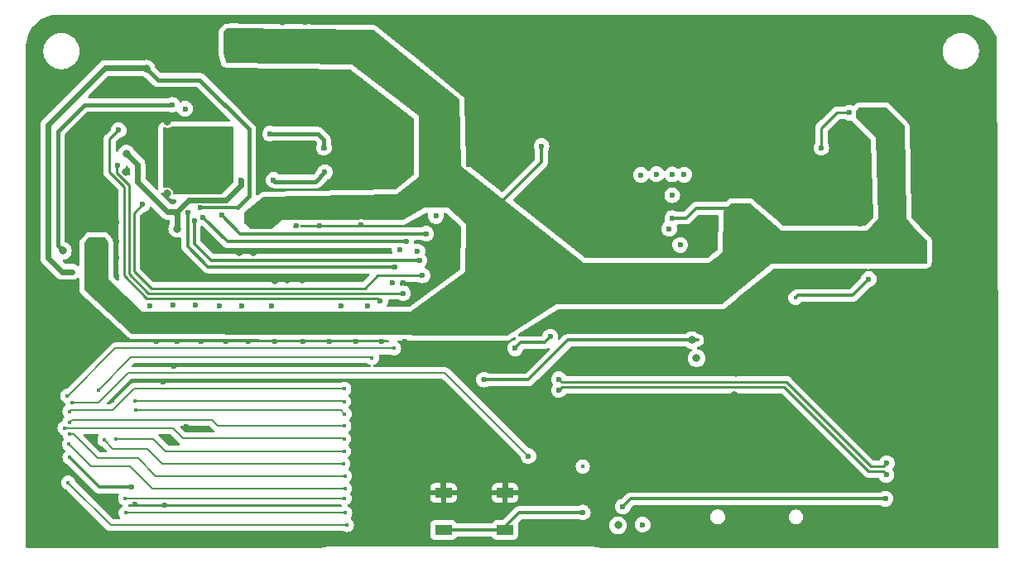
<source format=gbl>
G04 #@! TF.GenerationSoftware,KiCad,Pcbnew,8.0.5*
G04 #@! TF.CreationDate,2025-06-12T17:02:52+03:00*
G04 #@! TF.ProjectId,Main Board,4d61696e-2042-46f6-9172-642e6b696361,rev?*
G04 #@! TF.SameCoordinates,Original*
G04 #@! TF.FileFunction,Copper,L4,Bot*
G04 #@! TF.FilePolarity,Positive*
%FSLAX46Y46*%
G04 Gerber Fmt 4.6, Leading zero omitted, Abs format (unit mm)*
G04 Created by KiCad (PCBNEW 8.0.5) date 2025-06-12 17:02:52*
%MOMM*%
%LPD*%
G01*
G04 APERTURE LIST*
G04 #@! TA.AperFunction,SMDPad,CuDef*
%ADD10R,1.700000X1.000000*%
G04 #@! TD*
G04 #@! TA.AperFunction,ViaPad*
%ADD11C,0.600000*%
G04 #@! TD*
G04 #@! TA.AperFunction,ViaPad*
%ADD12C,0.800000*%
G04 #@! TD*
G04 #@! TA.AperFunction,ViaPad*
%ADD13C,0.500000*%
G04 #@! TD*
G04 #@! TA.AperFunction,ViaPad*
%ADD14C,0.450000*%
G04 #@! TD*
G04 #@! TA.AperFunction,Conductor*
%ADD15C,0.250000*%
G04 #@! TD*
G04 #@! TA.AperFunction,Conductor*
%ADD16C,0.300000*%
G04 #@! TD*
G04 #@! TA.AperFunction,Conductor*
%ADD17C,0.400000*%
G04 #@! TD*
G04 #@! TA.AperFunction,Conductor*
%ADD18C,0.600000*%
G04 #@! TD*
G04 #@! TA.AperFunction,Conductor*
%ADD19C,0.200000*%
G04 #@! TD*
G04 APERTURE END LIST*
D10*
X143075000Y-90550000D03*
X149375000Y-90550000D03*
X143075000Y-86750000D03*
X149375000Y-86750000D03*
D11*
X136625000Y-67060000D03*
X109850000Y-49600000D03*
X125700000Y-54700000D03*
X130950000Y-53900000D03*
X138925000Y-66310000D03*
X109775000Y-53175000D03*
D12*
X179625000Y-69564966D03*
X164205000Y-60180000D03*
D11*
X125525000Y-67550000D03*
D12*
X105000000Y-50250000D03*
X104800000Y-60050000D03*
D11*
X145750000Y-46425000D03*
D12*
X146625000Y-43600000D03*
X172825000Y-76725000D03*
D13*
X146900000Y-85025000D03*
D12*
X181825000Y-42150000D03*
X165225000Y-77950000D03*
X172025000Y-38930000D03*
X165025000Y-48750000D03*
D11*
X158700000Y-53525000D03*
D12*
X180025000Y-74350000D03*
X194625000Y-54270000D03*
D11*
X166225000Y-86450000D03*
X183100000Y-56900000D03*
X136725000Y-71250000D03*
D12*
X161325000Y-72700000D03*
D11*
X131200000Y-38525000D03*
D12*
X125800000Y-64950000D03*
D14*
X104825000Y-87200000D03*
D11*
X166395000Y-62390000D03*
D12*
X189225000Y-46250000D03*
D11*
X185695000Y-59190000D03*
X125825000Y-71250000D03*
X170595000Y-83990000D03*
X139125000Y-71250000D03*
D12*
X156415000Y-41680000D03*
X170750000Y-55650000D03*
X185350000Y-88800000D03*
X117000000Y-63800000D03*
D11*
X119000000Y-91500000D03*
X154425000Y-55680000D03*
D12*
X176625000Y-55350000D03*
X186125000Y-42050000D03*
D11*
X135300000Y-45075000D03*
D14*
X109200000Y-77300000D03*
D11*
X133375000Y-43700000D03*
D14*
X102500000Y-84600000D03*
D11*
X120825000Y-71250000D03*
D12*
X108000000Y-41000000D03*
X136575000Y-54400000D03*
D11*
X109625000Y-60950000D03*
D13*
X147600000Y-82925000D03*
X145500000Y-85025000D03*
D12*
X185325000Y-76900000D03*
X155050000Y-91340000D03*
X181925000Y-83150000D03*
D13*
X146900000Y-82225000D03*
D12*
X144825000Y-41850000D03*
X186575000Y-90950000D03*
X134415000Y-91340000D03*
X110600000Y-53850000D03*
D13*
X146200000Y-84325000D03*
D12*
X122150000Y-62100000D03*
D11*
X128725000Y-71250000D03*
X168755000Y-82070000D03*
D12*
X157785000Y-58220000D03*
X179195000Y-86150000D03*
D11*
X160965000Y-62420000D03*
X143025000Y-85650000D03*
D12*
X106495000Y-71170000D03*
D11*
X159925000Y-82950000D03*
D12*
X171825000Y-68550000D03*
X167075000Y-79475000D03*
D11*
X134625000Y-59325000D03*
D12*
X194475000Y-50500000D03*
X190895000Y-39020000D03*
D11*
X181075000Y-68014966D03*
X183175000Y-52900000D03*
X136175000Y-38500000D03*
X110000000Y-91500000D03*
D12*
X165455000Y-81570000D03*
D11*
X109625000Y-59050000D03*
D12*
X157075000Y-72950000D03*
X114300000Y-41200000D03*
D13*
X145500000Y-82225000D03*
D12*
X166900000Y-88800000D03*
X192125000Y-44800000D03*
D11*
X125000000Y-91500000D03*
D12*
X154875000Y-49350000D03*
X137515000Y-91340000D03*
X190975000Y-90950000D03*
X114800000Y-63800000D03*
D11*
X111525000Y-87950000D03*
X120975000Y-38450000D03*
D12*
X111570000Y-41000000D03*
D11*
X116750000Y-79950000D03*
X131500000Y-91500000D03*
X176525000Y-57800000D03*
D12*
X154490000Y-39280000D03*
D11*
X140025000Y-41400000D03*
D12*
X159625000Y-48850000D03*
D11*
X184525000Y-57900000D03*
D12*
X170995000Y-80020000D03*
D11*
X145650000Y-50900000D03*
X131225000Y-43700000D03*
X128500000Y-91500000D03*
X177625000Y-73850000D03*
X105525000Y-62350000D03*
X139375000Y-54225000D03*
X135325000Y-67550000D03*
D12*
X152765000Y-41680000D03*
D11*
X185075000Y-50520000D03*
X139375000Y-48350000D03*
D12*
X119050000Y-47450000D03*
D11*
X138950000Y-65225000D03*
X131425000Y-71250000D03*
X158695000Y-91585000D03*
D12*
X165325000Y-72200000D03*
D11*
X163665000Y-62420000D03*
X165525000Y-91650000D03*
X115525000Y-73750000D03*
X181075000Y-65164966D03*
D12*
X186325000Y-39020000D03*
D11*
X164225000Y-88750000D03*
D12*
X160175000Y-56480000D03*
X197325000Y-52100000D03*
D13*
X144800000Y-84325000D03*
D12*
X177125000Y-38970000D03*
X197275000Y-56400000D03*
X120200000Y-61875000D03*
D11*
X183200000Y-49275000D03*
D12*
X128600000Y-64900000D03*
D11*
X119550000Y-39575000D03*
D12*
X113355000Y-39020000D03*
D14*
X107400000Y-81600000D03*
D12*
X114850000Y-48750000D03*
D11*
X130375000Y-59350000D03*
D12*
X190895000Y-42110000D03*
D11*
X170725000Y-60450000D03*
X118325000Y-71250000D03*
X113025000Y-67550000D03*
X157025000Y-91380000D03*
D14*
X102425000Y-87100000D03*
D11*
X110030000Y-45820000D03*
X101000000Y-91500000D03*
X184550000Y-51435000D03*
D12*
X174625000Y-66494966D03*
X112600000Y-63800000D03*
X186475000Y-79050000D03*
X114800000Y-56050000D03*
X161005000Y-59940000D03*
X193477702Y-66647300D03*
X188477701Y-66647299D03*
D11*
X175125000Y-56700000D03*
D12*
X155540000Y-68585000D03*
D11*
X117700000Y-67525000D03*
D12*
X159500000Y-68595000D03*
X179360000Y-55205000D03*
X160975000Y-53550000D03*
X177225000Y-42050000D03*
D11*
X143850000Y-44550000D03*
D12*
X186475000Y-81550000D03*
D11*
X141825000Y-42900000D03*
X122425000Y-67550000D03*
D12*
X104800000Y-57850000D03*
X178775000Y-71650000D03*
X174760000Y-86105000D03*
X174725000Y-53850000D03*
X191625000Y-58180000D03*
X161725000Y-50450000D03*
X188525000Y-44150000D03*
D11*
X112869622Y-53669622D03*
X123125000Y-71250000D03*
X104000000Y-91500000D03*
D12*
X191525000Y-48750000D03*
D11*
X173285000Y-56110000D03*
D12*
X182125000Y-76950000D03*
D11*
X135600000Y-53900000D03*
D12*
X127100000Y-64900000D03*
X126550000Y-38500000D03*
D11*
X180225000Y-59150000D03*
X182825000Y-59150000D03*
D12*
X184450000Y-79250000D03*
X191425000Y-54250000D03*
X136403000Y-46792200D03*
D11*
X132625000Y-67550000D03*
D12*
X190975000Y-67850000D03*
X196275000Y-74150000D03*
D14*
X107125000Y-87000000D03*
D11*
X109625000Y-62650000D03*
X152600000Y-48725000D03*
X115400000Y-67525000D03*
X122000000Y-91500000D03*
X167895000Y-83990000D03*
D12*
X163915000Y-46930902D03*
D14*
X187040000Y-65995000D03*
D12*
X160505000Y-78570000D03*
D11*
X138125000Y-39925000D03*
X110050000Y-44600000D03*
X152500000Y-55625000D03*
X191300000Y-50875000D03*
X140200000Y-59190000D03*
D14*
X104825000Y-84600000D03*
D13*
X144800000Y-82925000D03*
D11*
X161325000Y-86550000D03*
X140835000Y-39340000D03*
D12*
X110000000Y-39000000D03*
D11*
X115825000Y-71250000D03*
X128000000Y-59375000D03*
D12*
X170825000Y-53800000D03*
D13*
X145500000Y-83625000D03*
D12*
X170625000Y-51700000D03*
X188800000Y-81350000D03*
X146990000Y-39280000D03*
D11*
X183735000Y-65094966D03*
D12*
X148965000Y-41805000D03*
D11*
X156925000Y-86450000D03*
X170735000Y-61480000D03*
X149375000Y-85600000D03*
D12*
X106300000Y-68350000D03*
D11*
X107000000Y-91500000D03*
D12*
X105000000Y-55350000D03*
D11*
X113725000Y-71250000D03*
X163460000Y-91750000D03*
X114365000Y-75350000D03*
X119575000Y-41575000D03*
X186775000Y-57850000D03*
X181550000Y-57375000D03*
D12*
X152700000Y-57925000D03*
D14*
X102425000Y-86400000D03*
D12*
X183225000Y-74300000D03*
X151950000Y-91340000D03*
X172995000Y-74450000D03*
D11*
X114575000Y-88000000D03*
D14*
X157523974Y-81888975D03*
D12*
X190125000Y-71200000D03*
X103750000Y-68450000D03*
D11*
X124100000Y-52150000D03*
X135450000Y-51400000D03*
X178025000Y-59100000D03*
D12*
X178675000Y-57050000D03*
D13*
X146900000Y-83625000D03*
D12*
X172025000Y-43100000D03*
D11*
X167262100Y-60175000D03*
X170000000Y-58725000D03*
D12*
X123650000Y-62100000D03*
X160615000Y-41580000D03*
X177280000Y-83545000D03*
D11*
X128975000Y-38525000D03*
X171455000Y-82070000D03*
X145650000Y-53075000D03*
X120125000Y-67550000D03*
D12*
X198325000Y-71100000D03*
X194325000Y-71150000D03*
D11*
X106525000Y-48250000D03*
D12*
X197345000Y-48500000D03*
D11*
X176725000Y-72450000D03*
X134125000Y-71250000D03*
D12*
X167525000Y-68600000D03*
D11*
X163625000Y-86450000D03*
D12*
X102045000Y-47280000D03*
X104365000Y-45080000D03*
D11*
X187200000Y-46375000D03*
D12*
X164125000Y-52200000D03*
X181475000Y-71700000D03*
X116600000Y-41250000D03*
D11*
X158800000Y-46715000D03*
D12*
X186625000Y-86050000D03*
X194625000Y-58250000D03*
D11*
X160860000Y-91750000D03*
X123775000Y-38400000D03*
X157990000Y-62420000D03*
D12*
X183675000Y-85200000D03*
X144050000Y-59450000D03*
X185125000Y-44250000D03*
D11*
X105425000Y-65800000D03*
D13*
X147600000Y-84325000D03*
D11*
X129700000Y-53900000D03*
X139325000Y-51175000D03*
D12*
X129575000Y-44425000D03*
D11*
X185630000Y-51435000D03*
X109625000Y-64550000D03*
X109950000Y-70650000D03*
D12*
X176325000Y-69800000D03*
D11*
X113000000Y-91500000D03*
D12*
X163525000Y-68600000D03*
X194425000Y-46750000D03*
X174275000Y-51700000D03*
D11*
X115025000Y-81175000D03*
X133500000Y-38500000D03*
D14*
X187030000Y-67279966D03*
D12*
X192085000Y-74240000D03*
X177675000Y-51700000D03*
D14*
X102500000Y-78300000D03*
D12*
X179515000Y-80220000D03*
D11*
X152895000Y-69630000D03*
X116000000Y-91500000D03*
D14*
X102450000Y-76650000D03*
D11*
X155525000Y-60650000D03*
X180000000Y-53100000D03*
D12*
X167525000Y-52200000D03*
X115420000Y-42320000D03*
D11*
X169005000Y-62420000D03*
D12*
X150990000Y-39280000D03*
X105000000Y-53250000D03*
D11*
X129600000Y-51000000D03*
D12*
X158490000Y-39280000D03*
D11*
X103715000Y-71150000D03*
D13*
X146200000Y-82925000D03*
D11*
X145700000Y-48425000D03*
D12*
X181825000Y-39020000D03*
X174375000Y-40950000D03*
X193175000Y-81350000D03*
X112700000Y-43300000D03*
D11*
X118199500Y-57549500D03*
X105125000Y-64100000D03*
X137825000Y-65260000D03*
X163450000Y-89990000D03*
X167697100Y-54150000D03*
X166487100Y-54125000D03*
X164887100Y-54100000D03*
X163287100Y-54175000D03*
X166165000Y-59690000D03*
D14*
X157318999Y-84034000D03*
D11*
X138600000Y-61875000D03*
X166472100Y-56250000D03*
X140425000Y-62025000D03*
X116650000Y-47400000D03*
D12*
X168955000Y-72950000D03*
D11*
X142300000Y-58390000D03*
D12*
X160925000Y-90070000D03*
D11*
X167287100Y-61350000D03*
D14*
X104825000Y-83100000D03*
D11*
X130850000Y-51407800D03*
X111175000Y-86150000D03*
X125350500Y-49950000D03*
X140925000Y-64475000D03*
X112295000Y-57205000D03*
X118800000Y-51900000D03*
X117200000Y-52700000D03*
X116400000Y-52700000D03*
X116400000Y-54300000D03*
X117200000Y-54300000D03*
D12*
X110650000Y-52000000D03*
D11*
X116400000Y-51100000D03*
X118000000Y-52700000D03*
X119600000Y-51100000D03*
X119600000Y-52700000D03*
X116400000Y-53500000D03*
X119600000Y-54300000D03*
X119600000Y-53500000D03*
X122400000Y-54700000D03*
X117200000Y-51900000D03*
X118000000Y-53500000D03*
X118800000Y-52700000D03*
X119600000Y-51900000D03*
X117200000Y-53500000D03*
X118000000Y-51100000D03*
X118800000Y-54300000D03*
D12*
X115850000Y-59700000D03*
D11*
X117200000Y-51100000D03*
X118000000Y-54300000D03*
X116400000Y-51900000D03*
X118800000Y-51100000D03*
X118800000Y-53500000D03*
X118000000Y-51900000D03*
X138100000Y-63650000D03*
X116915332Y-58015332D03*
X117599500Y-58900000D03*
X140625000Y-62925000D03*
X139264493Y-61006879D03*
X118500000Y-58500000D03*
X141300000Y-60190000D03*
X120410000Y-58310000D03*
D12*
X187825000Y-62450000D03*
X107750000Y-61350000D03*
D11*
X173825000Y-57650000D03*
D12*
X185605000Y-60810000D03*
X123425000Y-40200000D03*
X124550000Y-40200000D03*
D11*
X184575000Y-47805000D03*
D12*
X185775000Y-47875000D03*
X122300000Y-40200000D03*
X187050000Y-47865000D03*
D11*
X166487100Y-58600000D03*
D12*
X187825000Y-60840000D03*
X128050000Y-41375000D03*
X183295000Y-60810000D03*
X185585000Y-62520000D03*
X183275000Y-62520000D03*
X190825000Y-60850000D03*
D11*
X153100000Y-51225000D03*
D12*
X124800000Y-59300000D03*
D11*
X181725000Y-51400000D03*
D12*
X121175000Y-40225000D03*
D11*
X172925000Y-57650000D03*
D12*
X107750000Y-62575000D03*
X123270000Y-58280000D03*
X129175000Y-41375000D03*
D11*
X186575000Y-64850000D03*
D14*
X179075000Y-66764966D03*
D11*
X154900000Y-75100000D03*
X188425000Y-83700000D03*
X188375000Y-84900000D03*
X154900000Y-76200000D03*
X161425000Y-88150000D03*
X188275000Y-87350000D03*
D14*
X138025000Y-71950000D03*
X104600000Y-76800000D03*
X135775000Y-72925000D03*
X107800000Y-76200000D03*
X105100000Y-77500000D03*
D11*
X151765000Y-82980000D03*
D14*
X132925000Y-76100000D03*
X104825000Y-78400000D03*
X111500000Y-77300000D03*
X132900000Y-77390000D03*
X104825000Y-79500000D03*
X132925000Y-79900000D03*
X132975000Y-78650000D03*
X111575000Y-78300000D03*
X132900000Y-81190000D03*
X104325000Y-80100000D03*
X132900000Y-82490000D03*
X109550000Y-81200000D03*
X133000000Y-85020000D03*
X104825000Y-80700000D03*
X108400000Y-81300000D03*
X132822500Y-83747500D03*
X104775000Y-81750000D03*
X133000000Y-86290000D03*
X132975000Y-87300000D03*
X110525000Y-87300000D03*
X133025000Y-88800000D03*
X110575000Y-88800000D03*
X104700000Y-85700000D03*
X133200000Y-90020000D03*
D11*
X154000000Y-70750000D03*
X150415000Y-71935000D03*
X157325000Y-88750000D03*
X115350000Y-47000000D03*
D12*
X104150000Y-61950000D03*
X168505000Y-71100000D03*
D11*
X147225000Y-75140000D03*
D15*
X112725000Y-66800000D02*
X136315000Y-66800000D01*
X108925000Y-50525000D02*
X108925000Y-53900000D01*
X108925000Y-53900000D02*
X110425000Y-55400000D01*
X110425000Y-64500000D02*
X112725000Y-66800000D01*
D16*
X136600000Y-67085000D02*
X136625000Y-67060000D01*
D15*
X136315000Y-66800000D02*
X136600000Y-67085000D01*
X109850000Y-49600000D02*
X108925000Y-50525000D01*
X110425000Y-55400000D02*
X110425000Y-64500000D01*
D17*
X130000000Y-54850000D02*
X125850000Y-54850000D01*
X130950000Y-53900000D02*
X130000000Y-54850000D01*
X125850000Y-54850000D02*
X125700000Y-54700000D01*
D15*
X109700000Y-53250000D02*
X109700000Y-53975305D01*
X110925000Y-64300000D02*
X112910000Y-66285000D01*
X112910000Y-66285000D02*
X138900000Y-66285000D01*
D16*
X109775000Y-53175000D02*
X109700000Y-53250000D01*
D15*
X109700000Y-53975305D02*
X110925000Y-55200305D01*
X110925000Y-55200305D02*
X110925000Y-64300000D01*
D16*
X138900000Y-66285000D02*
X138925000Y-66310000D01*
D18*
X149375000Y-85600000D02*
X149375000Y-86750000D01*
X143025000Y-85650000D02*
X143025000Y-86800000D01*
D16*
X118200000Y-57550000D02*
X122000000Y-57550000D01*
D17*
X123200000Y-49500000D02*
X123200000Y-56350000D01*
D18*
X112650000Y-43250000D02*
X112700000Y-43300000D01*
D17*
X123200000Y-56350000D02*
X122000000Y-57550000D01*
X113850000Y-44450000D02*
X118150000Y-44450000D01*
D18*
X105125000Y-64100000D02*
X104050000Y-64100000D01*
X104050000Y-64100000D02*
X102650000Y-62700000D01*
X102650000Y-62700000D02*
X102650000Y-49050000D01*
X108450000Y-43250000D02*
X112650000Y-43250000D01*
D17*
X112700000Y-43300000D02*
X113850000Y-44450000D01*
D16*
X118200000Y-57399500D02*
X118200500Y-57400000D01*
D18*
X102650000Y-49050000D02*
X108450000Y-43250000D01*
D17*
X118150000Y-44450000D02*
X123200000Y-49500000D01*
D16*
X111175000Y-86150000D02*
X107875000Y-86150000D01*
D17*
X130850000Y-50600000D02*
X130200000Y-49950000D01*
X130200000Y-49950000D02*
X125350500Y-49950000D01*
D16*
X107875000Y-86150000D02*
X104825000Y-83100000D01*
D17*
X130850000Y-51387300D02*
X130850000Y-50600000D01*
X130870500Y-51407800D02*
X130850000Y-51387300D01*
D15*
X111425000Y-64050000D02*
X111425000Y-58075000D01*
X135025000Y-65800000D02*
X113175000Y-65800000D01*
X140925000Y-64475000D02*
X136350000Y-64475000D01*
X136350000Y-64475000D02*
X135025000Y-65800000D01*
X113175000Y-65800000D02*
X111425000Y-64050000D01*
X111425000Y-58075000D02*
X112295000Y-57205000D01*
D18*
X115850000Y-58300000D02*
X115850000Y-58400000D01*
X122400000Y-55200000D02*
X122400000Y-54700000D01*
X117050000Y-56750000D02*
X120850000Y-56750000D01*
X115850000Y-59700000D02*
X115850000Y-58400000D01*
X114850000Y-57950000D02*
X111800000Y-54900000D01*
X115500000Y-57950000D02*
X115850000Y-58300000D01*
X111800000Y-54900000D02*
X111800000Y-53150000D01*
X115850000Y-58400000D02*
X115850000Y-57950000D01*
X115850000Y-57950000D02*
X115500000Y-57950000D01*
X111800000Y-53150000D02*
X110650000Y-52000000D01*
X115500000Y-57950000D02*
X114850000Y-57950000D01*
X120850000Y-56750000D02*
X122400000Y-55200000D01*
X115850000Y-57950000D02*
X117050000Y-56750000D01*
D16*
X138050000Y-63600000D02*
X119000000Y-63600000D01*
X119000000Y-63600000D02*
X116915332Y-61515332D01*
X138100000Y-63650000D02*
X138050000Y-63600000D01*
X116915332Y-61515332D02*
X116915332Y-58015332D01*
X140625000Y-62925000D02*
X119275000Y-62925000D01*
X119275000Y-62925000D02*
X117599500Y-61249500D01*
X117599500Y-61249500D02*
X117599500Y-58900000D01*
X139264493Y-61006879D02*
X139257614Y-61000000D01*
X139257614Y-61000000D02*
X121000000Y-61000000D01*
X121000000Y-61000000D02*
X118500000Y-58500000D01*
X139250000Y-60990000D02*
X139225000Y-61015000D01*
X139264493Y-61006879D02*
X139247614Y-60990000D01*
X120410000Y-58310000D02*
X122300000Y-60200000D01*
X141275000Y-60215000D02*
X141300000Y-60190000D01*
X141290000Y-60200000D02*
X141300000Y-60190000D01*
X122300000Y-60200000D02*
X141290000Y-60200000D01*
X168897100Y-57600000D02*
X167897100Y-58600000D01*
X167897100Y-58600000D02*
X166487100Y-58600000D01*
D15*
X184575000Y-47805000D02*
X183320000Y-47805000D01*
D16*
X149025000Y-56950000D02*
X153100000Y-52875000D01*
D15*
X183320000Y-47805000D02*
X181725000Y-49400000D01*
D16*
X153100000Y-52875000D02*
X153100000Y-51225000D01*
X172487100Y-57600000D02*
X168897100Y-57600000D01*
X172612100Y-57725000D02*
X172487100Y-57600000D01*
D15*
X181725000Y-49400000D02*
X181725000Y-51400000D01*
D16*
X172612100Y-57725000D02*
X172655000Y-57725000D01*
X184915034Y-66509966D02*
X179330000Y-66509966D01*
X186575000Y-64850000D02*
X184915034Y-66509966D01*
X179330000Y-66509966D02*
X179075000Y-66764966D01*
D15*
X155200000Y-75400000D02*
X154900000Y-75100000D01*
X188425000Y-83700000D02*
X188075000Y-84050000D01*
X178175000Y-75400000D02*
X155200000Y-75400000D01*
X186825000Y-84050000D02*
X178175000Y-75400000D01*
X188075000Y-84050000D02*
X186825000Y-84050000D01*
X177925000Y-75900000D02*
X155200000Y-75900000D01*
X188025000Y-84550000D02*
X186575000Y-84550000D01*
X188375000Y-84900000D02*
X188025000Y-84550000D01*
X155200000Y-75900000D02*
X154900000Y-76200000D01*
X186575000Y-84550000D02*
X177925000Y-75900000D01*
D16*
X188275000Y-87350000D02*
X162225000Y-87350000D01*
X162225000Y-87350000D02*
X161425000Y-88150000D01*
D19*
X104650000Y-76800000D02*
X104600000Y-76800000D01*
X138025000Y-71950000D02*
X109500000Y-71950000D01*
X109500000Y-71950000D02*
X104650000Y-76800000D01*
X135725000Y-72875000D02*
X111125000Y-72875000D01*
X111125000Y-72875000D02*
X107800000Y-76200000D01*
X135775000Y-72925000D02*
X135725000Y-72875000D01*
X110825000Y-74475000D02*
X107800000Y-77500000D01*
X107800000Y-77500000D02*
X105100000Y-77500000D01*
X143260000Y-74475000D02*
X110825000Y-74475000D01*
X151765000Y-82980000D02*
X143285000Y-74500000D01*
X143285000Y-74500000D02*
X143260000Y-74475000D01*
X111400000Y-76100000D02*
X109200000Y-78300000D01*
X104925000Y-78300000D02*
X104825000Y-78400000D01*
X132925000Y-76100000D02*
X111400000Y-76100000D01*
X109200000Y-78300000D02*
X104925000Y-78300000D01*
X132810000Y-77300000D02*
X132900000Y-77390000D01*
X111500000Y-77300000D02*
X132810000Y-77300000D01*
X119375000Y-79250000D02*
X120025000Y-79900000D01*
X120025000Y-79900000D02*
X132925000Y-79900000D01*
X104825000Y-79500000D02*
X105075000Y-79250000D01*
X105075000Y-79250000D02*
X119375000Y-79250000D01*
X111575000Y-78300000D02*
X132625000Y-78300000D01*
X132625000Y-78300000D02*
X132975000Y-78650000D01*
X116450000Y-81175000D02*
X132885000Y-81175000D01*
X115375000Y-80100000D02*
X116450000Y-81175000D01*
X132885000Y-81175000D02*
X132900000Y-81190000D01*
X104325000Y-80100000D02*
X115375000Y-80100000D01*
X113375000Y-81200000D02*
X114665000Y-82490000D01*
X132880000Y-82470000D02*
X132900000Y-82490000D01*
X109550000Y-81200000D02*
X113375000Y-81200000D01*
X114665000Y-82490000D02*
X132900000Y-82490000D01*
X111825000Y-83200000D02*
X107725000Y-83200000D01*
X105225000Y-80700000D02*
X104825000Y-80700000D01*
X133000000Y-85020000D02*
X113645000Y-85020000D01*
X113645000Y-85020000D02*
X111825000Y-83200000D01*
X107725000Y-83200000D02*
X105225000Y-80700000D01*
X108400000Y-81350000D02*
X108400000Y-81300000D01*
X132822500Y-83747500D02*
X114322500Y-83747500D01*
X109250000Y-82200000D02*
X108400000Y-81350000D01*
X114322500Y-83747500D02*
X112775000Y-82200000D01*
X112775000Y-82200000D02*
X109250000Y-82200000D01*
X107025000Y-84000000D02*
X111025000Y-84000000D01*
X113325000Y-86300000D02*
X132990000Y-86300000D01*
X104775000Y-81750000D02*
X107025000Y-84000000D01*
X132990000Y-86300000D02*
X133000000Y-86290000D01*
X111025000Y-84000000D02*
X113325000Y-86300000D01*
X132980000Y-86270000D02*
X133000000Y-86290000D01*
X110525000Y-87300000D02*
X132975000Y-87300000D01*
X110575000Y-88800000D02*
X133025000Y-88800000D01*
X133190000Y-90030000D02*
X133200000Y-90020000D01*
X133180000Y-90000000D02*
X133200000Y-90020000D01*
X104700000Y-85700000D02*
X109030000Y-90030000D01*
X109030000Y-90030000D02*
X133190000Y-90030000D01*
D16*
X154000000Y-70750000D02*
X153400000Y-71350000D01*
X151000000Y-71350000D02*
X150415000Y-71935000D01*
X153400000Y-71350000D02*
X151000000Y-71350000D01*
X143075000Y-90550000D02*
X149375000Y-90550000D01*
X150825000Y-88750000D02*
X157325000Y-88750000D01*
D15*
X149375000Y-90550000D02*
X149375000Y-90200000D01*
D16*
X149375000Y-90200000D02*
X150825000Y-88750000D01*
D17*
X103650000Y-61450000D02*
X104150000Y-61950000D01*
X103650000Y-49700000D02*
X103650000Y-61450000D01*
X106350000Y-47000000D02*
X103650000Y-49700000D01*
X115350000Y-47000000D02*
X106350000Y-47000000D01*
D16*
X147225000Y-75140000D02*
X147235000Y-75150000D01*
X155815000Y-71100000D02*
X169075000Y-71100000D01*
X151765000Y-75150000D02*
X155815000Y-71100000D01*
X147235000Y-75150000D02*
X151765000Y-75150000D01*
X147085000Y-75140000D02*
X147225000Y-75140000D01*
G04 #@! TA.AperFunction,Conductor*
G36*
X132597298Y-87919506D02*
G01*
X132662880Y-87960714D01*
X132709171Y-88013049D01*
X132719819Y-88082102D01*
X132691444Y-88145951D01*
X132662886Y-88170698D01*
X132647304Y-88180490D01*
X132581326Y-88199500D01*
X111018674Y-88199500D01*
X110952701Y-88180493D01*
X110887118Y-88139284D01*
X110840828Y-88086950D01*
X110830180Y-88017896D01*
X110858555Y-87954048D01*
X110887121Y-87929296D01*
X110902704Y-87919505D01*
X110968674Y-87900500D01*
X132531326Y-87900500D01*
X132597298Y-87919506D01*
G37*
G04 #@! TD.AperFunction*
G04 #@! TA.AperFunction,Conductor*
G36*
X107762537Y-80720185D02*
G01*
X107808292Y-80772989D01*
X107818236Y-80842147D01*
X107800491Y-80890473D01*
X107742211Y-80983223D01*
X107688212Y-81137544D01*
X107669909Y-81299996D01*
X107669909Y-81300003D01*
X107688212Y-81462455D01*
X107742210Y-81616774D01*
X107742211Y-81616775D01*
X107829192Y-81755204D01*
X107944796Y-81870808D01*
X107963689Y-81882679D01*
X108035308Y-81927681D01*
X108083225Y-81957789D01*
X108172387Y-81988988D01*
X108219113Y-82018348D01*
X108588583Y-82387819D01*
X108622068Y-82449142D01*
X108617084Y-82518834D01*
X108575212Y-82574767D01*
X108509748Y-82599184D01*
X108500902Y-82599500D01*
X108025097Y-82599500D01*
X107958058Y-82579815D01*
X107937416Y-82563181D01*
X106286416Y-80912181D01*
X106252931Y-80850858D01*
X106257915Y-80781166D01*
X106299787Y-80725233D01*
X106365251Y-80700816D01*
X106374097Y-80700500D01*
X107695498Y-80700500D01*
X107762537Y-80720185D01*
G37*
G04 #@! TD.AperFunction*
G04 #@! TA.AperFunction,Conductor*
G36*
X115141942Y-80720185D02*
G01*
X115162583Y-80736818D01*
X116081284Y-81655520D01*
X116081285Y-81655521D01*
X116081287Y-81655522D01*
X116085773Y-81658112D01*
X116133990Y-81708678D01*
X116147214Y-81777285D01*
X116121247Y-81842150D01*
X116064333Y-81882679D01*
X116023775Y-81889500D01*
X114965097Y-81889500D01*
X114898058Y-81869815D01*
X114877416Y-81853181D01*
X113936416Y-80912181D01*
X113902931Y-80850858D01*
X113907915Y-80781166D01*
X113949787Y-80725233D01*
X114015251Y-80700816D01*
X114024097Y-80700500D01*
X115074903Y-80700500D01*
X115141942Y-80720185D01*
G37*
G04 #@! TD.AperFunction*
G04 #@! TA.AperFunction,Conductor*
G36*
X119141942Y-79870185D02*
G01*
X119162584Y-79886819D01*
X119540139Y-80264374D01*
X119540149Y-80264385D01*
X119544479Y-80268715D01*
X119544480Y-80268716D01*
X119638584Y-80362820D01*
X119672068Y-80424141D01*
X119667084Y-80493833D01*
X119625213Y-80549767D01*
X119559749Y-80574184D01*
X119550902Y-80574500D01*
X116750098Y-80574500D01*
X116683059Y-80554815D01*
X116662417Y-80538181D01*
X116479440Y-80355204D01*
X116186415Y-80062180D01*
X116152931Y-80000858D01*
X116157915Y-79931167D01*
X116199786Y-79875233D01*
X116265251Y-79850816D01*
X116274097Y-79850500D01*
X119074903Y-79850500D01*
X119141942Y-79870185D01*
G37*
G04 #@! TD.AperFunction*
G04 #@! TA.AperFunction,Conductor*
G36*
X135317724Y-73494506D02*
G01*
X135319795Y-73495807D01*
X135319796Y-73495808D01*
X135458225Y-73582789D01*
X135603031Y-73633459D01*
X135659806Y-73674180D01*
X135685554Y-73739132D01*
X135672098Y-73807694D01*
X135623711Y-73858097D01*
X135562076Y-73874500D01*
X111274097Y-73874500D01*
X111207058Y-73854815D01*
X111161303Y-73802011D01*
X111151359Y-73732853D01*
X111180384Y-73669297D01*
X111186416Y-73662819D01*
X111337416Y-73511819D01*
X111398739Y-73478334D01*
X111425097Y-73475500D01*
X135251752Y-73475500D01*
X135317724Y-73494506D01*
G37*
G04 #@! TD.AperFunction*
G04 #@! TA.AperFunction,Conductor*
G36*
X141461614Y-58075185D02*
G01*
X141507369Y-58127989D01*
X141517313Y-58197147D01*
X141515464Y-58207100D01*
X141514630Y-58210749D01*
X141494435Y-58389996D01*
X141494435Y-58390003D01*
X141514630Y-58569249D01*
X141514631Y-58569254D01*
X141574211Y-58739523D01*
X141626657Y-58822989D01*
X141670184Y-58892262D01*
X141797738Y-59019816D01*
X141861980Y-59060182D01*
X141927006Y-59101041D01*
X141950478Y-59115789D01*
X142094682Y-59166248D01*
X142120745Y-59175368D01*
X142120750Y-59175369D01*
X142299996Y-59195565D01*
X142300000Y-59195565D01*
X142300004Y-59195565D01*
X142479249Y-59175369D01*
X142479252Y-59175368D01*
X142479255Y-59175368D01*
X142649522Y-59115789D01*
X142802262Y-59019816D01*
X142929816Y-58892262D01*
X143025789Y-58739522D01*
X143085368Y-58569255D01*
X143085369Y-58569249D01*
X143105565Y-58390003D01*
X143105565Y-58389996D01*
X143085369Y-58210749D01*
X143084536Y-58207100D01*
X143084684Y-58204673D01*
X143084589Y-58203825D01*
X143084737Y-58203808D01*
X143088805Y-58137361D01*
X143130100Y-58081001D01*
X143195310Y-58055913D01*
X143205425Y-58055500D01*
X143279480Y-58055500D01*
X143346519Y-58075185D01*
X143363435Y-58088245D01*
X144850167Y-59456040D01*
X144886176Y-59515916D01*
X144890197Y-59549212D01*
X144824424Y-63802558D01*
X144803705Y-63869285D01*
X144773319Y-63900963D01*
X139618618Y-67645634D01*
X139552810Y-67669110D01*
X139545625Y-67669312D01*
X137413022Y-67667367D01*
X137346000Y-67647621D01*
X137300294Y-67594776D01*
X137290413Y-67525608D01*
X137308142Y-67477394D01*
X137308546Y-67476752D01*
X137324049Y-67452078D01*
X137350788Y-67409524D01*
X137370108Y-67354311D01*
X137410368Y-67239255D01*
X137412519Y-67220170D01*
X137430565Y-67060001D01*
X137429256Y-67048386D01*
X137441309Y-66979564D01*
X137488657Y-66928184D01*
X137552476Y-66910500D01*
X138342588Y-66910500D01*
X138409627Y-66930185D01*
X138419903Y-66937555D01*
X138422736Y-66939814D01*
X138422738Y-66939816D01*
X138575478Y-67035789D01*
X138745745Y-67095368D01*
X138745750Y-67095369D01*
X138924996Y-67115565D01*
X138925000Y-67115565D01*
X138925004Y-67115565D01*
X139104249Y-67095369D01*
X139104252Y-67095368D01*
X139104255Y-67095368D01*
X139274522Y-67035789D01*
X139427262Y-66939816D01*
X139554816Y-66812262D01*
X139650789Y-66659522D01*
X139710368Y-66489255D01*
X139730565Y-66310000D01*
X139730538Y-66309762D01*
X139710369Y-66130750D01*
X139710368Y-66130745D01*
X139683559Y-66054129D01*
X139650789Y-65960478D01*
X139650374Y-65959818D01*
X139554815Y-65807737D01*
X139427262Y-65680184D01*
X139274523Y-65584211D01*
X139104254Y-65524631D01*
X139104249Y-65524630D01*
X138925004Y-65504435D01*
X138924996Y-65504435D01*
X138753396Y-65523769D01*
X138684574Y-65511714D01*
X138633195Y-65464365D01*
X138615571Y-65396755D01*
X138616293Y-65386665D01*
X138620170Y-65352262D01*
X138628248Y-65280565D01*
X138630565Y-65260002D01*
X138630565Y-65259995D01*
X138628130Y-65238383D01*
X138640185Y-65169561D01*
X138687534Y-65118182D01*
X138751350Y-65100500D01*
X140380145Y-65100500D01*
X140446117Y-65119506D01*
X140573461Y-65199522D01*
X140575478Y-65200789D01*
X140744679Y-65259995D01*
X140745745Y-65260368D01*
X140745750Y-65260369D01*
X140924996Y-65280565D01*
X140925000Y-65280565D01*
X140925004Y-65280565D01*
X141104249Y-65260369D01*
X141104252Y-65260368D01*
X141104255Y-65260368D01*
X141274522Y-65200789D01*
X141427262Y-65104816D01*
X141554816Y-64977262D01*
X141650789Y-64824522D01*
X141710368Y-64654255D01*
X141712892Y-64631854D01*
X141730565Y-64475003D01*
X141730565Y-64474996D01*
X141710369Y-64295750D01*
X141710368Y-64295745D01*
X141685789Y-64225502D01*
X141650789Y-64125478D01*
X141554816Y-63972738D01*
X141427262Y-63845184D01*
X141365339Y-63806275D01*
X141274519Y-63749209D01*
X141207698Y-63725827D01*
X141150922Y-63685106D01*
X141125175Y-63620153D01*
X141138631Y-63551591D01*
X141160966Y-63521111D01*
X141254816Y-63427262D01*
X141350789Y-63274522D01*
X141410368Y-63104255D01*
X141413193Y-63079185D01*
X141430565Y-62925003D01*
X141430565Y-62924996D01*
X141410369Y-62745750D01*
X141410368Y-62745745D01*
X141392242Y-62693944D01*
X141350789Y-62575478D01*
X141254816Y-62422738D01*
X141220349Y-62388271D01*
X141186864Y-62326948D01*
X141190988Y-62259635D01*
X141210368Y-62204255D01*
X141215854Y-62155565D01*
X141230565Y-62025003D01*
X141230565Y-62024996D01*
X141210369Y-61845750D01*
X141210368Y-61845745D01*
X141202569Y-61823457D01*
X141150789Y-61675478D01*
X141054816Y-61522738D01*
X140927262Y-61395184D01*
X140855357Y-61350003D01*
X140774523Y-61299211D01*
X140604254Y-61239631D01*
X140604249Y-61239630D01*
X140425004Y-61219435D01*
X140424996Y-61219435D01*
X140245750Y-61239630D01*
X140245735Y-61239634D01*
X140221814Y-61248004D01*
X140152035Y-61251565D01*
X140091409Y-61216834D01*
X140059183Y-61154840D01*
X140057642Y-61117079D01*
X140070058Y-61006882D01*
X140070058Y-61006879D01*
X140069337Y-61000478D01*
X140067974Y-60988384D01*
X140080028Y-60919563D01*
X140127376Y-60868183D01*
X140191194Y-60850500D01*
X140810847Y-60850500D01*
X140876819Y-60869506D01*
X140950477Y-60915789D01*
X140950481Y-60915790D01*
X141120737Y-60975366D01*
X141120743Y-60975367D01*
X141120745Y-60975368D01*
X141120746Y-60975368D01*
X141120750Y-60975369D01*
X141299996Y-60995565D01*
X141300000Y-60995565D01*
X141300004Y-60995565D01*
X141479249Y-60975369D01*
X141479252Y-60975368D01*
X141479255Y-60975368D01*
X141649522Y-60915789D01*
X141802262Y-60819816D01*
X141929816Y-60692262D01*
X142025789Y-60539522D01*
X142085368Y-60369255D01*
X142090375Y-60324816D01*
X142105565Y-60190003D01*
X142105565Y-60189996D01*
X142085369Y-60010750D01*
X142085368Y-60010745D01*
X142042507Y-59888256D01*
X142025789Y-59840478D01*
X141929816Y-59687738D01*
X141802262Y-59560184D01*
X141731810Y-59515916D01*
X141649523Y-59464211D01*
X141479254Y-59404631D01*
X141479249Y-59404630D01*
X141300004Y-59384435D01*
X141299996Y-59384435D01*
X141120750Y-59404630D01*
X141120737Y-59404633D01*
X140950481Y-59464209D01*
X140950477Y-59464210D01*
X140844989Y-59530494D01*
X140779017Y-59549500D01*
X128530213Y-59549500D01*
X128463174Y-59529815D01*
X128417419Y-59477011D01*
X128407475Y-59407853D01*
X128436500Y-59344297D01*
X128495278Y-59306523D01*
X128529961Y-59301500D01*
X130127685Y-59298272D01*
X130127691Y-59298271D01*
X130127698Y-59298271D01*
X130207777Y-59290261D01*
X130225783Y-59288460D01*
X130272982Y-59279022D01*
X130329474Y-59261853D01*
X130349334Y-59257559D01*
X130358810Y-59256311D01*
X130391180Y-59256310D01*
X130402470Y-59257796D01*
X130422209Y-59262053D01*
X130475606Y-59278221D01*
X130523306Y-59287659D01*
X130622444Y-59297272D01*
X134337863Y-59289767D01*
X134337868Y-59289766D01*
X134337878Y-59289766D01*
X134399163Y-59283635D01*
X134435956Y-59279956D01*
X134483157Y-59270518D01*
X134577486Y-59241852D01*
X134577532Y-59241832D01*
X134577542Y-59241831D01*
X134580331Y-59240833D01*
X134580380Y-59240972D01*
X134580385Y-59240971D01*
X134580410Y-59241055D01*
X134580571Y-59241505D01*
X134646999Y-59234355D01*
X134666672Y-59240108D01*
X134666832Y-59239663D01*
X134669700Y-59240688D01*
X134669704Y-59240689D01*
X134669711Y-59240692D01*
X134729806Y-59258888D01*
X134765038Y-59269556D01*
X134765040Y-59269556D01*
X134765042Y-59269557D01*
X134812744Y-59278995D01*
X134911878Y-59288607D01*
X138893960Y-59280563D01*
X139020474Y-59264211D01*
X139080548Y-59248548D01*
X139198932Y-59201051D01*
X139198935Y-59201048D01*
X139198938Y-59201048D01*
X141228118Y-58071163D01*
X141288442Y-58055500D01*
X141394575Y-58055500D01*
X141461614Y-58075185D01*
G37*
G04 #@! TD.AperFunction*
G04 #@! TA.AperFunction,Conductor*
G36*
X113208035Y-57448261D02*
G01*
X113238525Y-57470603D01*
X114228211Y-58460289D01*
X114337171Y-58569249D01*
X114339712Y-58571790D01*
X114381936Y-58600003D01*
X114470821Y-58659394D01*
X114573833Y-58702062D01*
X114616502Y-58719737D01*
X114771152Y-58750499D01*
X114771155Y-58750500D01*
X114771157Y-58750500D01*
X114771158Y-58750500D01*
X114925500Y-58750500D01*
X114992539Y-58770185D01*
X115038294Y-58822989D01*
X115049500Y-58874500D01*
X115049500Y-59252279D01*
X115032888Y-59314277D01*
X115022821Y-59331713D01*
X114964649Y-59510750D01*
X114964326Y-59511744D01*
X114944540Y-59700000D01*
X114964326Y-59888256D01*
X114964327Y-59888259D01*
X115022818Y-60068277D01*
X115022821Y-60068284D01*
X115117467Y-60232216D01*
X115223070Y-60349500D01*
X115244129Y-60372888D01*
X115397265Y-60484148D01*
X115397270Y-60484151D01*
X115570192Y-60561142D01*
X115570197Y-60561144D01*
X115755354Y-60600500D01*
X115755355Y-60600500D01*
X115944644Y-60600500D01*
X115944646Y-60600500D01*
X116115053Y-60564279D01*
X116184718Y-60569595D01*
X116240452Y-60611732D01*
X116264557Y-60677312D01*
X116264832Y-60685569D01*
X116264832Y-61579401D01*
X116264832Y-61579403D01*
X116264831Y-61579403D01*
X116284431Y-61677930D01*
X116284431Y-61677931D01*
X116289829Y-61705069D01*
X116289830Y-61705074D01*
X116328128Y-61797532D01*
X116338867Y-61823459D01*
X116373303Y-61874997D01*
X116410058Y-61930005D01*
X118585328Y-64105275D01*
X118682906Y-64170474D01*
X118685185Y-64171996D01*
X118691873Y-64176465D01*
X118810256Y-64225501D01*
X118810260Y-64225501D01*
X118810261Y-64225502D01*
X118935928Y-64250500D01*
X118935931Y-64250500D01*
X119064069Y-64250500D01*
X135390548Y-64250500D01*
X135457587Y-64270185D01*
X135503342Y-64322989D01*
X135513286Y-64392147D01*
X135484261Y-64455703D01*
X135478229Y-64462181D01*
X134802229Y-65138181D01*
X134740906Y-65171666D01*
X134714548Y-65174500D01*
X113485452Y-65174500D01*
X113418413Y-65154815D01*
X113397771Y-65138181D01*
X112086819Y-63827229D01*
X112053334Y-63765906D01*
X112050500Y-63739548D01*
X112050500Y-58385451D01*
X112070185Y-58318412D01*
X112086815Y-58297774D01*
X112353379Y-58031209D01*
X112414700Y-57997726D01*
X112427156Y-57995674D01*
X112474255Y-57990368D01*
X112644522Y-57930789D01*
X112797262Y-57834816D01*
X112924816Y-57707262D01*
X113020789Y-57554522D01*
X113033802Y-57517330D01*
X113074521Y-57460556D01*
X113139473Y-57434806D01*
X113208035Y-57448261D01*
G37*
G04 #@! TD.AperFunction*
G04 #@! TA.AperFunction,Conductor*
G36*
X112227702Y-44070185D02*
G01*
X112233548Y-44074182D01*
X112247265Y-44084148D01*
X112247270Y-44084151D01*
X112420191Y-44161142D01*
X112420193Y-44161142D01*
X112420197Y-44161144D01*
X112575130Y-44194075D01*
X112636607Y-44227266D01*
X112637026Y-44227683D01*
X113403453Y-44994111D01*
X113403454Y-44994112D01*
X113518192Y-45070777D01*
X113645667Y-45123578D01*
X113645672Y-45123580D01*
X113645676Y-45123580D01*
X113645677Y-45123581D01*
X113781003Y-45150500D01*
X113781006Y-45150500D01*
X113781007Y-45150500D01*
X117808481Y-45150500D01*
X117875520Y-45170185D01*
X117896162Y-45186819D01*
X119623637Y-46914294D01*
X121192163Y-48482819D01*
X121225648Y-48544142D01*
X121220664Y-48613834D01*
X121178792Y-48669767D01*
X121113328Y-48694184D01*
X121104482Y-48694500D01*
X115292065Y-48694500D01*
X115271038Y-48694937D01*
X115260701Y-48695368D01*
X115239696Y-48696683D01*
X115239689Y-48696684D01*
X115099474Y-48728937D01*
X115034307Y-48754131D01*
X115034300Y-48754134D01*
X114907446Y-48825373D01*
X114839355Y-48841035D01*
X114799281Y-48831818D01*
X114764898Y-48817577D01*
X114705209Y-48797117D01*
X114705204Y-48797115D01*
X114705194Y-48797112D01*
X114705184Y-48797109D01*
X114705164Y-48797103D01*
X114675415Y-48788941D01*
X114675373Y-48788931D01*
X114628251Y-48779120D01*
X114613583Y-48776067D01*
X114613582Y-48776067D01*
X114469706Y-48776067D01*
X114438846Y-48780504D01*
X114400545Y-48786012D01*
X114400540Y-48786013D01*
X114400536Y-48786014D01*
X114262498Y-48826546D01*
X114262492Y-48826549D01*
X114141462Y-48904331D01*
X114141451Y-48904339D01*
X114088659Y-48950083D01*
X113994433Y-49058824D01*
X113994430Y-49058828D01*
X113934664Y-49189694D01*
X113914976Y-49256742D01*
X113894500Y-49399161D01*
X113894500Y-55380145D01*
X113898442Y-55443140D01*
X113902292Y-55473784D01*
X113902294Y-55473798D01*
X113905447Y-55490425D01*
X113914052Y-55535803D01*
X113914055Y-55535811D01*
X113920271Y-55550818D01*
X113927738Y-55620288D01*
X113896463Y-55682766D01*
X113836373Y-55718418D01*
X113766548Y-55715923D01*
X113718028Y-55685950D01*
X112636819Y-54604741D01*
X112603334Y-54543418D01*
X112600500Y-54517060D01*
X112600500Y-53071158D01*
X112599223Y-53064738D01*
X112599223Y-53064737D01*
X112574227Y-52939071D01*
X112569738Y-52916503D01*
X112509394Y-52770821D01*
X112509392Y-52770818D01*
X112509390Y-52770814D01*
X112421789Y-52639711D01*
X112421786Y-52639707D01*
X111528736Y-51746658D01*
X111498486Y-51697294D01*
X111497527Y-51694343D01*
X111477179Y-51631716D01*
X111477177Y-51631712D01*
X111382534Y-51467785D01*
X111255870Y-51327111D01*
X111102734Y-51215851D01*
X111102729Y-51215848D01*
X110929807Y-51138857D01*
X110929802Y-51138855D01*
X110784001Y-51107865D01*
X110744646Y-51099500D01*
X110555354Y-51099500D01*
X110522897Y-51106398D01*
X110370197Y-51138855D01*
X110370192Y-51138857D01*
X110197270Y-51215848D01*
X110197265Y-51215851D01*
X110044129Y-51327111D01*
X109917466Y-51467785D01*
X109822821Y-51631715D01*
X109822818Y-51631722D01*
X109792431Y-51725245D01*
X109752993Y-51782921D01*
X109688635Y-51810119D01*
X109619788Y-51798204D01*
X109568313Y-51750960D01*
X109550500Y-51686927D01*
X109550500Y-50835452D01*
X109570185Y-50768413D01*
X109586819Y-50747771D01*
X109739406Y-50595184D01*
X109908380Y-50426209D01*
X109969701Y-50392726D01*
X109982158Y-50390674D01*
X110029255Y-50385368D01*
X110199522Y-50325789D01*
X110352262Y-50229816D01*
X110479816Y-50102262D01*
X110575789Y-49949522D01*
X110635368Y-49779255D01*
X110635369Y-49779249D01*
X110655565Y-49600003D01*
X110655565Y-49599996D01*
X110635369Y-49420750D01*
X110635368Y-49420745D01*
X110594417Y-49303714D01*
X110575789Y-49250478D01*
X110575174Y-49249500D01*
X110509158Y-49144435D01*
X110479816Y-49097738D01*
X110352262Y-48970184D01*
X110199523Y-48874211D01*
X110029254Y-48814631D01*
X110029249Y-48814630D01*
X109850004Y-48794435D01*
X109849996Y-48794435D01*
X109670750Y-48814630D01*
X109670745Y-48814631D01*
X109500476Y-48874211D01*
X109347737Y-48970184D01*
X109220184Y-49097737D01*
X109124210Y-49250478D01*
X109064630Y-49420750D01*
X109059326Y-49467825D01*
X109032258Y-49532238D01*
X109023787Y-49541620D01*
X108615887Y-49949522D01*
X108526269Y-50039140D01*
X108526267Y-50039142D01*
X108482705Y-50082703D01*
X108439144Y-50126264D01*
X108407527Y-50173581D01*
X108370688Y-50228714D01*
X108370685Y-50228719D01*
X108323540Y-50342538D01*
X108323535Y-50342554D01*
X108302264Y-50449497D01*
X108302263Y-50449502D01*
X108299500Y-50463389D01*
X108299500Y-53961607D01*
X108301318Y-53970750D01*
X108323535Y-54082445D01*
X108323538Y-54082455D01*
X108336063Y-54112691D01*
X108336064Y-54112695D01*
X108370686Y-54196283D01*
X108370688Y-54196287D01*
X108371658Y-54197738D01*
X108390400Y-54225786D01*
X108390401Y-54225789D01*
X108390402Y-54225789D01*
X108439140Y-54298731D01*
X108439141Y-54298732D01*
X108439142Y-54298733D01*
X108526267Y-54385858D01*
X108526268Y-54385858D01*
X108533335Y-54392925D01*
X108533334Y-54392925D01*
X108533338Y-54392928D01*
X109763181Y-55622771D01*
X109796666Y-55684094D01*
X109799500Y-55710452D01*
X109799500Y-64561606D01*
X109821208Y-64670745D01*
X109823537Y-64682451D01*
X109870688Y-64796286D01*
X109870689Y-64796288D01*
X109870690Y-64796289D01*
X109870690Y-64796290D01*
X109885786Y-64818882D01*
X109906665Y-64885559D01*
X109888181Y-64952940D01*
X109836203Y-64999630D01*
X109767233Y-65010807D01*
X109703169Y-64982922D01*
X109697619Y-64977995D01*
X109615427Y-64900500D01*
X109425886Y-64721789D01*
X109369434Y-64668563D01*
X109334161Y-64608251D01*
X109330500Y-64578342D01*
X109330500Y-61187571D01*
X109330494Y-61186134D01*
X109330481Y-61183178D01*
X109330463Y-61181094D01*
X109330411Y-61176967D01*
X109307545Y-61034916D01*
X109286737Y-60968217D01*
X109286736Y-60968215D01*
X109286734Y-60968210D01*
X109286684Y-60968085D01*
X109286253Y-60967203D01*
X109261721Y-60915790D01*
X109224775Y-60838360D01*
X108882412Y-60324816D01*
X108816233Y-60244780D01*
X108803454Y-60232214D01*
X108780104Y-60209253D01*
X108780098Y-60209248D01*
X108698973Y-60144433D01*
X108698971Y-60144432D01*
X108568099Y-60084663D01*
X108501054Y-60064976D01*
X108453581Y-60058150D01*
X108358637Y-60044500D01*
X106883078Y-60044500D01*
X106806320Y-60050362D01*
X106806315Y-60050362D01*
X106769100Y-60056080D01*
X106769075Y-60056085D01*
X106694138Y-60073523D01*
X106694130Y-60073525D01*
X106564431Y-60135801D01*
X106551552Y-60144433D01*
X106506390Y-60174701D01*
X106506388Y-60174703D01*
X106505470Y-60175457D01*
X106503986Y-60176866D01*
X106399488Y-60270997D01*
X106399481Y-60271004D01*
X105965408Y-60791892D01*
X105946143Y-60816520D01*
X105937102Y-60828844D01*
X105919432Y-60854557D01*
X105859663Y-60985430D01*
X105839976Y-61052475D01*
X105819500Y-61194894D01*
X105819500Y-63366613D01*
X105799815Y-63433652D01*
X105747011Y-63479407D01*
X105677853Y-63489351D01*
X105629529Y-63471608D01*
X105609486Y-63459014D01*
X105561844Y-63429079D01*
X105558982Y-63427223D01*
X105504179Y-63390605D01*
X105504173Y-63390603D01*
X105503365Y-63390268D01*
X105484865Y-63380709D01*
X105474524Y-63374212D01*
X105474523Y-63374211D01*
X105474522Y-63374211D01*
X105413867Y-63352986D01*
X105407377Y-63350509D01*
X105358496Y-63330262D01*
X105344860Y-63327550D01*
X105328104Y-63322976D01*
X105304260Y-63314633D01*
X105304256Y-63314632D01*
X105304255Y-63314632D01*
X105283575Y-63312301D01*
X105253303Y-63308890D01*
X105243003Y-63307288D01*
X105203844Y-63299500D01*
X105203842Y-63299500D01*
X105176915Y-63299500D01*
X105163031Y-63298720D01*
X105125002Y-63294435D01*
X105124998Y-63294435D01*
X105086969Y-63298720D01*
X105073085Y-63299500D01*
X104432940Y-63299500D01*
X104365901Y-63279815D01*
X104345259Y-63263181D01*
X104144259Y-63062181D01*
X104110774Y-63000858D01*
X104115758Y-62931166D01*
X104157630Y-62875233D01*
X104223094Y-62850816D01*
X104231940Y-62850500D01*
X104244644Y-62850500D01*
X104244646Y-62850500D01*
X104429803Y-62811144D01*
X104602730Y-62734151D01*
X104755871Y-62622888D01*
X104882533Y-62482216D01*
X104977179Y-62318284D01*
X105035674Y-62138256D01*
X105055460Y-61950000D01*
X105035674Y-61761744D01*
X104977179Y-61581716D01*
X104882533Y-61417784D01*
X104755871Y-61277112D01*
X104755870Y-61277111D01*
X104602734Y-61165851D01*
X104602729Y-61165848D01*
X104424064Y-61086300D01*
X104370827Y-61041050D01*
X104350506Y-60974200D01*
X104350500Y-60973021D01*
X104350500Y-50041519D01*
X104370185Y-49974480D01*
X104386819Y-49953838D01*
X106603838Y-47736819D01*
X106665161Y-47703334D01*
X106691519Y-47700500D01*
X114924506Y-47700500D01*
X114990477Y-47719506D01*
X115000474Y-47725787D01*
X115000475Y-47725787D01*
X115000478Y-47725789D01*
X115170745Y-47785368D01*
X115170750Y-47785369D01*
X115349996Y-47805565D01*
X115350000Y-47805565D01*
X115350004Y-47805565D01*
X115529249Y-47785369D01*
X115529252Y-47785368D01*
X115529255Y-47785368D01*
X115699522Y-47725789D01*
X115745752Y-47696740D01*
X115812987Y-47677739D01*
X115879823Y-47698105D01*
X115919968Y-47743963D01*
X115920506Y-47743626D01*
X115922623Y-47746996D01*
X115923448Y-47747938D01*
X115924210Y-47749521D01*
X115946735Y-47785369D01*
X116020184Y-47902262D01*
X116147738Y-48029816D01*
X116300478Y-48125789D01*
X116470745Y-48185368D01*
X116470750Y-48185369D01*
X116649996Y-48205565D01*
X116650000Y-48205565D01*
X116650004Y-48205565D01*
X116829249Y-48185369D01*
X116829252Y-48185368D01*
X116829255Y-48185368D01*
X116999522Y-48125789D01*
X117152262Y-48029816D01*
X117279816Y-47902262D01*
X117375789Y-47749522D01*
X117435368Y-47579255D01*
X117455565Y-47400000D01*
X117446454Y-47319141D01*
X117435369Y-47220750D01*
X117435368Y-47220745D01*
X117420935Y-47179499D01*
X117375789Y-47050478D01*
X117372662Y-47045502D01*
X117312188Y-46949258D01*
X117279816Y-46897738D01*
X117152262Y-46770184D01*
X117075990Y-46722259D01*
X116999523Y-46674211D01*
X116829254Y-46614631D01*
X116829249Y-46614630D01*
X116650004Y-46594435D01*
X116649996Y-46594435D01*
X116470750Y-46614630D01*
X116470745Y-46614631D01*
X116300475Y-46674211D01*
X116254244Y-46703260D01*
X116187007Y-46722259D01*
X116120172Y-46701890D01*
X116080031Y-46656036D01*
X116079494Y-46656374D01*
X116077374Y-46653000D01*
X116076550Y-46652059D01*
X116075787Y-46650474D01*
X115995961Y-46523433D01*
X115979816Y-46497738D01*
X115852262Y-46370184D01*
X115800690Y-46337779D01*
X115699523Y-46274211D01*
X115529254Y-46214631D01*
X115529249Y-46214630D01*
X115350004Y-46194435D01*
X115349996Y-46194435D01*
X115170750Y-46214630D01*
X115170745Y-46214631D01*
X115000474Y-46274212D01*
X114990477Y-46280494D01*
X114924506Y-46299500D01*
X106831940Y-46299500D01*
X106764901Y-46279815D01*
X106719146Y-46227011D01*
X106709202Y-46157853D01*
X106738227Y-46094297D01*
X106744259Y-46087819D01*
X108745259Y-44086819D01*
X108806582Y-44053334D01*
X108832940Y-44050500D01*
X112160663Y-44050500D01*
X112227702Y-44070185D01*
G37*
G04 #@! TD.AperFunction*
G04 #@! TA.AperFunction,Conductor*
G36*
X118455203Y-59375595D02*
G01*
X118461681Y-59381627D01*
X120585325Y-61505272D01*
X120585332Y-61505278D01*
X120663680Y-61557628D01*
X120663681Y-61557628D01*
X120691872Y-61576464D01*
X120691875Y-61576466D01*
X120704550Y-61581716D01*
X120810256Y-61625501D01*
X120810260Y-61625501D01*
X120810261Y-61625502D01*
X120935928Y-61650500D01*
X120935931Y-61650500D01*
X137680974Y-61650500D01*
X137748013Y-61670185D01*
X137793768Y-61722989D01*
X137804194Y-61788384D01*
X137794435Y-61874997D01*
X137794435Y-61875003D01*
X137814630Y-62054249D01*
X137814633Y-62054262D01*
X137833978Y-62109545D01*
X137837540Y-62179324D01*
X137802812Y-62239951D01*
X137740818Y-62272179D01*
X137716937Y-62274500D01*
X119595808Y-62274500D01*
X119528769Y-62254815D01*
X119508127Y-62238181D01*
X118286319Y-61016373D01*
X118252834Y-60955050D01*
X118250000Y-60928692D01*
X118250000Y-59469308D01*
X118269685Y-59402269D01*
X118322489Y-59356514D01*
X118391647Y-59346570D01*
X118455203Y-59375595D01*
G37*
G04 #@! TD.AperFunction*
G04 #@! TA.AperFunction,Conductor*
G36*
X128084196Y-59290263D02*
G01*
X128091436Y-59291435D01*
X128104783Y-59294007D01*
X128105149Y-59293998D01*
X128120093Y-59294538D01*
X128197963Y-59302077D01*
X128262793Y-59328130D01*
X128303247Y-59385097D01*
X128306480Y-59454891D01*
X128271467Y-59515355D01*
X128209322Y-59547290D01*
X128186014Y-59549500D01*
X127822597Y-59549500D01*
X127755558Y-59529815D01*
X127709803Y-59477011D01*
X127699859Y-59407853D01*
X127728884Y-59344297D01*
X127787662Y-59306523D01*
X127810257Y-59302115D01*
X127899760Y-59293167D01*
X127907360Y-59291647D01*
X127915430Y-59290311D01*
X127983816Y-59281309D01*
X128016176Y-59281309D01*
X128084196Y-59290263D01*
G37*
G04 #@! TD.AperFunction*
G04 #@! TA.AperFunction,Conductor*
G36*
X114814772Y-55969295D02*
G01*
X114872165Y-56009143D01*
X114898553Y-56070766D01*
X114903300Y-56106825D01*
X114904356Y-56121890D01*
X114904471Y-56134725D01*
X114904472Y-56134733D01*
X114914618Y-56202437D01*
X114954713Y-56337498D01*
X114954717Y-56337506D01*
X115032499Y-56458537D01*
X115032508Y-56458548D01*
X115078252Y-56511340D01*
X115078255Y-56511343D01*
X115078259Y-56511347D01*
X115186993Y-56605567D01*
X115186996Y-56605568D01*
X115186997Y-56605569D01*
X115300987Y-56657628D01*
X115317870Y-56665338D01*
X115384909Y-56685023D01*
X115384913Y-56685024D01*
X115527329Y-56705500D01*
X115663061Y-56705500D01*
X115730100Y-56725185D01*
X115775855Y-56777989D01*
X115785799Y-56847147D01*
X115756774Y-56910703D01*
X115750748Y-56917174D01*
X115644392Y-57023530D01*
X115554741Y-57113181D01*
X115493418Y-57146666D01*
X115467060Y-57149500D01*
X115232940Y-57149500D01*
X115165901Y-57129815D01*
X115145259Y-57113181D01*
X114212920Y-56180842D01*
X114179435Y-56119519D01*
X114184419Y-56049827D01*
X114226291Y-55993894D01*
X114291755Y-55969477D01*
X114339758Y-55975506D01*
X114412232Y-55999628D01*
X114556021Y-56004762D01*
X114625490Y-55997293D01*
X114744951Y-55966802D01*
X114814772Y-55969295D01*
G37*
G04 #@! TD.AperFunction*
G04 #@! TA.AperFunction,Conductor*
G36*
X110774014Y-53256092D02*
G01*
X110963181Y-53445259D01*
X110996666Y-53506582D01*
X110999500Y-53532940D01*
X110999500Y-54090852D01*
X110979815Y-54157891D01*
X110927011Y-54203646D01*
X110857853Y-54213590D01*
X110794297Y-54184565D01*
X110787819Y-54178533D01*
X110429102Y-53819817D01*
X110395617Y-53758494D01*
X110400601Y-53688803D01*
X110411789Y-53666164D01*
X110500789Y-53524522D01*
X110560368Y-53354255D01*
X110563113Y-53329890D01*
X110590177Y-53265478D01*
X110647771Y-53225922D01*
X110717608Y-53223782D01*
X110774014Y-53256092D01*
G37*
G04 #@! TD.AperFunction*
G04 #@! TA.AperFunction,Conductor*
G36*
X197040233Y-37800033D02*
G01*
X197087862Y-37809547D01*
X198242798Y-38290117D01*
X198246256Y-38291556D01*
X198280274Y-38312721D01*
X198688702Y-38670095D01*
X198993466Y-38936764D01*
X199048374Y-38984808D01*
X199075578Y-39018750D01*
X199649991Y-40071841D01*
X199665131Y-40130694D01*
X199810540Y-74496577D01*
X199810541Y-74497101D01*
X199810666Y-88247737D01*
X199810687Y-90677789D01*
X199810702Y-92276033D01*
X199791018Y-92343073D01*
X199738214Y-92388828D01*
X199686702Y-92400034D01*
X159158191Y-92400034D01*
X159114785Y-92392189D01*
X158978982Y-92341441D01*
X158978981Y-92341440D01*
X158978979Y-92341440D01*
X158840624Y-92308124D01*
X158720608Y-92279224D01*
X158720598Y-92279222D01*
X158456606Y-92248734D01*
X158331445Y-92249496D01*
X158330691Y-92249498D01*
X131314869Y-92249461D01*
X131312440Y-92249461D01*
X131272554Y-92249461D01*
X131260819Y-92249461D01*
X131260686Y-92249473D01*
X131179559Y-92249492D01*
X130915759Y-92281648D01*
X130915743Y-92281651D01*
X130657772Y-92345498D01*
X130535923Y-92391912D01*
X130491784Y-92400034D01*
X100510243Y-92400034D01*
X100443204Y-92380349D01*
X100397449Y-92327545D01*
X100386243Y-92276085D01*
X100371511Y-56580006D01*
X100368371Y-48971153D01*
X101849500Y-48971153D01*
X101849500Y-62778846D01*
X101880261Y-62933489D01*
X101880264Y-62933501D01*
X101940602Y-63079172D01*
X101940609Y-63079185D01*
X102028210Y-63210288D01*
X102028213Y-63210292D01*
X103539707Y-64721786D01*
X103539711Y-64721789D01*
X103670814Y-64809390D01*
X103670827Y-64809397D01*
X103816498Y-64869735D01*
X103816503Y-64869737D01*
X103962275Y-64898733D01*
X103971153Y-64900499D01*
X103971156Y-64900500D01*
X103971158Y-64900500D01*
X104128842Y-64900500D01*
X105073085Y-64900500D01*
X105086969Y-64901280D01*
X105124998Y-64905565D01*
X105125000Y-64905565D01*
X105125002Y-64905565D01*
X105163031Y-64901280D01*
X105176915Y-64900500D01*
X105203841Y-64900500D01*
X105203842Y-64900500D01*
X105243017Y-64892707D01*
X105253283Y-64891110D01*
X105304255Y-64885368D01*
X105328100Y-64877023D01*
X105344862Y-64872448D01*
X105358497Y-64869737D01*
X105407389Y-64849484D01*
X105413837Y-64847023D01*
X105474522Y-64825789D01*
X105484868Y-64819287D01*
X105503390Y-64809720D01*
X105504179Y-64809394D01*
X105558987Y-64772771D01*
X105561793Y-64770951D01*
X105627262Y-64729816D01*
X105627266Y-64729811D01*
X105629529Y-64728390D01*
X105696766Y-64709391D01*
X105763601Y-64729760D01*
X105808815Y-64783028D01*
X105819500Y-64833385D01*
X105819500Y-65895709D01*
X105823584Y-65959818D01*
X105827574Y-65991017D01*
X105839765Y-66054129D01*
X105839766Y-66054132D01*
X105862021Y-66107178D01*
X105895427Y-66186805D01*
X105930155Y-66244737D01*
X105931182Y-66246526D01*
X106022141Y-66358357D01*
X106639768Y-66928184D01*
X110856836Y-70818881D01*
X110889522Y-70846568D01*
X110906104Y-70859448D01*
X110906108Y-70859451D01*
X110941014Y-70884267D01*
X110941015Y-70884267D01*
X110941016Y-70884268D01*
X111071627Y-70944618D01*
X111138579Y-70964600D01*
X111138580Y-70964600D01*
X111280903Y-70985708D01*
X137382114Y-71101501D01*
X137449065Y-71121483D01*
X137494585Y-71174489D01*
X137504221Y-71243691D01*
X137474915Y-71307118D01*
X137415970Y-71344631D01*
X137381563Y-71349500D01*
X109586670Y-71349500D01*
X109586654Y-71349499D01*
X109579058Y-71349499D01*
X109420943Y-71349499D01*
X109344579Y-71369961D01*
X109268214Y-71390423D01*
X109268209Y-71390426D01*
X109131290Y-71469475D01*
X109131282Y-71469481D01*
X104552755Y-76048007D01*
X104491432Y-76081492D01*
X104478961Y-76083546D01*
X104454285Y-76086326D01*
X104437539Y-76088214D01*
X104437538Y-76088214D01*
X104283225Y-76142210D01*
X104144795Y-76229192D01*
X104029192Y-76344795D01*
X103942210Y-76483225D01*
X103888212Y-76637544D01*
X103869909Y-76799996D01*
X103869909Y-76800003D01*
X103888212Y-76962455D01*
X103942210Y-77116774D01*
X103942211Y-77116775D01*
X104029192Y-77255204D01*
X104144796Y-77370808D01*
X104175340Y-77390000D01*
X104283224Y-77457789D01*
X104283227Y-77457790D01*
X104294970Y-77461899D01*
X104351747Y-77502619D01*
X104377238Y-77565057D01*
X104388213Y-77662458D01*
X104400925Y-77698788D01*
X104404486Y-77768567D01*
X104371565Y-77827423D01*
X104254191Y-77944797D01*
X104167210Y-78083225D01*
X104113212Y-78237544D01*
X104094909Y-78399996D01*
X104094909Y-78400003D01*
X104113212Y-78562455D01*
X104167210Y-78716774D01*
X104254192Y-78855204D01*
X104261307Y-78862319D01*
X104294792Y-78923642D01*
X104289808Y-78993334D01*
X104261307Y-79037681D01*
X104254192Y-79044795D01*
X104167210Y-79183225D01*
X104113213Y-79337541D01*
X104111665Y-79344327D01*
X104108636Y-79343635D01*
X104086747Y-79395441D01*
X104031707Y-79433993D01*
X104008233Y-79442207D01*
X104008225Y-79442211D01*
X103869795Y-79529192D01*
X103754192Y-79644795D01*
X103667210Y-79783225D01*
X103613212Y-79937544D01*
X103594909Y-80099996D01*
X103594909Y-80100003D01*
X103613212Y-80262455D01*
X103667210Y-80416774D01*
X103694105Y-80459577D01*
X103754192Y-80555204D01*
X103869796Y-80670808D01*
X103917050Y-80700500D01*
X104008221Y-80757787D01*
X104008222Y-80757787D01*
X104008225Y-80757789D01*
X104031704Y-80766004D01*
X104088478Y-80806724D01*
X104108756Y-80856328D01*
X104111662Y-80855665D01*
X104113211Y-80862452D01*
X104167211Y-81016776D01*
X104236152Y-81126493D01*
X104255153Y-81193730D01*
X104234786Y-81260565D01*
X104218842Y-81280145D01*
X104204193Y-81294793D01*
X104204192Y-81294795D01*
X104117210Y-81433225D01*
X104063212Y-81587544D01*
X104044909Y-81749996D01*
X104044909Y-81750003D01*
X104063212Y-81912455D01*
X104117210Y-82066774D01*
X104197548Y-82194630D01*
X104204192Y-82205204D01*
X104319796Y-82320808D01*
X104346817Y-82337787D01*
X104393108Y-82390120D01*
X104403757Y-82459174D01*
X104375382Y-82523022D01*
X104368527Y-82530461D01*
X104254191Y-82644797D01*
X104167210Y-82783225D01*
X104113212Y-82937544D01*
X104094909Y-83099996D01*
X104094909Y-83100003D01*
X104113212Y-83262455D01*
X104167210Y-83416774D01*
X104167211Y-83416775D01*
X104254192Y-83555204D01*
X104369796Y-83670808D01*
X104416248Y-83699996D01*
X104508224Y-83757789D01*
X104565526Y-83777839D01*
X104612254Y-83807200D01*
X107460324Y-86655271D01*
X107460327Y-86655274D01*
X107554624Y-86718281D01*
X107554625Y-86718281D01*
X107554626Y-86718282D01*
X107566873Y-86726465D01*
X107685256Y-86775501D01*
X107685260Y-86775501D01*
X107685261Y-86775502D01*
X107810928Y-86800500D01*
X107810931Y-86800500D01*
X109757861Y-86800500D01*
X109824900Y-86820185D01*
X109870655Y-86872989D01*
X109880599Y-86942147D01*
X109869582Y-86978300D01*
X109867211Y-86983222D01*
X109813212Y-87137544D01*
X109794909Y-87299996D01*
X109794909Y-87300003D01*
X109813212Y-87462455D01*
X109867210Y-87616774D01*
X109919205Y-87699523D01*
X109954192Y-87755204D01*
X110069796Y-87870808D01*
X110186972Y-87944435D01*
X110212880Y-87960714D01*
X110259171Y-88013049D01*
X110269819Y-88082103D01*
X110241444Y-88145951D01*
X110212881Y-88170701D01*
X110119798Y-88229190D01*
X110119795Y-88229192D01*
X110004192Y-88344795D01*
X109917210Y-88483225D01*
X109863212Y-88637544D01*
X109844909Y-88799996D01*
X109844909Y-88800003D01*
X109863212Y-88962455D01*
X109917210Y-89116774D01*
X109994342Y-89239528D01*
X110013342Y-89306764D01*
X109992974Y-89373600D01*
X109939707Y-89418814D01*
X109889348Y-89429500D01*
X109330098Y-89429500D01*
X109263059Y-89409815D01*
X109242417Y-89393181D01*
X105444443Y-85595207D01*
X105415861Y-85543489D01*
X105414085Y-85544111D01*
X105411786Y-85537541D01*
X105411786Y-85537539D01*
X105357789Y-85383225D01*
X105270808Y-85244796D01*
X105155204Y-85129192D01*
X105075730Y-85079255D01*
X105016774Y-85042210D01*
X104862455Y-84988212D01*
X104700004Y-84969909D01*
X104699996Y-84969909D01*
X104537544Y-84988212D01*
X104383225Y-85042210D01*
X104244795Y-85129192D01*
X104129192Y-85244795D01*
X104042210Y-85383225D01*
X103988212Y-85537544D01*
X103969909Y-85699996D01*
X103969909Y-85700003D01*
X103988212Y-85862455D01*
X104042210Y-86016774D01*
X104102742Y-86113110D01*
X104129192Y-86155204D01*
X104244796Y-86270808D01*
X104383225Y-86357789D01*
X104537539Y-86411786D01*
X104537541Y-86411786D01*
X104544111Y-86414085D01*
X104543489Y-86415861D01*
X104595207Y-86444443D01*
X108661284Y-90510520D01*
X108661286Y-90510521D01*
X108661290Y-90510524D01*
X108798209Y-90589573D01*
X108798216Y-90589577D01*
X108950943Y-90630501D01*
X108950945Y-90630501D01*
X109116654Y-90630501D01*
X109116670Y-90630500D01*
X132772241Y-90630500D01*
X132838214Y-90649507D01*
X132883225Y-90677789D01*
X133037539Y-90731786D01*
X133037542Y-90731786D01*
X133037544Y-90731787D01*
X133199996Y-90750091D01*
X133200000Y-90750091D01*
X133200004Y-90750091D01*
X133362455Y-90731787D01*
X133362456Y-90731786D01*
X133362461Y-90731786D01*
X133516775Y-90677789D01*
X133655204Y-90590808D01*
X133770808Y-90475204D01*
X133857789Y-90336775D01*
X133911786Y-90182461D01*
X133913275Y-90169249D01*
X133930091Y-90020003D01*
X133930091Y-90019996D01*
X133928079Y-90002135D01*
X141724500Y-90002135D01*
X141724500Y-91097870D01*
X141724501Y-91097876D01*
X141730908Y-91157483D01*
X141781202Y-91292328D01*
X141781206Y-91292335D01*
X141867452Y-91407544D01*
X141867455Y-91407547D01*
X141982664Y-91493793D01*
X141982671Y-91493797D01*
X142117517Y-91544091D01*
X142117516Y-91544091D01*
X142124444Y-91544835D01*
X142177127Y-91550500D01*
X143972872Y-91550499D01*
X144032483Y-91544091D01*
X144167331Y-91493796D01*
X144282546Y-91407546D01*
X144368796Y-91292331D01*
X144372960Y-91281165D01*
X144414829Y-91225234D01*
X144480293Y-91200816D01*
X144489141Y-91200500D01*
X147960859Y-91200500D01*
X148027898Y-91220185D01*
X148073653Y-91272989D01*
X148077030Y-91281140D01*
X148081204Y-91292331D01*
X148081205Y-91292332D01*
X148081206Y-91292335D01*
X148167452Y-91407544D01*
X148167455Y-91407547D01*
X148282664Y-91493793D01*
X148282671Y-91493797D01*
X148417517Y-91544091D01*
X148417516Y-91544091D01*
X148424444Y-91544835D01*
X148477127Y-91550500D01*
X150272872Y-91550499D01*
X150332483Y-91544091D01*
X150467331Y-91493796D01*
X150582546Y-91407546D01*
X150668796Y-91292331D01*
X150719091Y-91157483D01*
X150725500Y-91097873D01*
X150725499Y-90070000D01*
X160019540Y-90070000D01*
X160039326Y-90258256D01*
X160039327Y-90258259D01*
X160097818Y-90438277D01*
X160097821Y-90438284D01*
X160192467Y-90602216D01*
X160294728Y-90715788D01*
X160319129Y-90742888D01*
X160472265Y-90854148D01*
X160472270Y-90854151D01*
X160645192Y-90931142D01*
X160645197Y-90931144D01*
X160830354Y-90970500D01*
X160830355Y-90970500D01*
X161019644Y-90970500D01*
X161019646Y-90970500D01*
X161204803Y-90931144D01*
X161377730Y-90854151D01*
X161530871Y-90742888D01*
X161657533Y-90602216D01*
X161752179Y-90438284D01*
X161810674Y-90258256D01*
X161830460Y-90070000D01*
X161822051Y-89989996D01*
X162644435Y-89989996D01*
X162644435Y-89990003D01*
X162664630Y-90169249D01*
X162664631Y-90169254D01*
X162724211Y-90339523D01*
X162786263Y-90438277D01*
X162820184Y-90492262D01*
X162947738Y-90619816D01*
X163100478Y-90715789D01*
X163270745Y-90775368D01*
X163270750Y-90775369D01*
X163449996Y-90795565D01*
X163450000Y-90795565D01*
X163450004Y-90795565D01*
X163629249Y-90775369D01*
X163629252Y-90775368D01*
X163629255Y-90775368D01*
X163799522Y-90715789D01*
X163952262Y-90619816D01*
X164079816Y-90492262D01*
X164175789Y-90339522D01*
X164235368Y-90169255D01*
X164235369Y-90169249D01*
X164255565Y-89990003D01*
X164255565Y-89989996D01*
X164235369Y-89810750D01*
X164235368Y-89810745D01*
X164197217Y-89701715D01*
X164175789Y-89640478D01*
X164154254Y-89606206D01*
X164122650Y-89555908D01*
X164079816Y-89487738D01*
X163952262Y-89360184D01*
X163814975Y-89273920D01*
X170374499Y-89273920D01*
X170403340Y-89418907D01*
X170403343Y-89418917D01*
X170459912Y-89555488D01*
X170459919Y-89555501D01*
X170542048Y-89678415D01*
X170542051Y-89678419D01*
X170646580Y-89782948D01*
X170646584Y-89782951D01*
X170769498Y-89865080D01*
X170769511Y-89865087D01*
X170906082Y-89921656D01*
X170906087Y-89921658D01*
X170906091Y-89921658D01*
X170906092Y-89921659D01*
X171051079Y-89950500D01*
X171051082Y-89950500D01*
X171198920Y-89950500D01*
X171296462Y-89931096D01*
X171343913Y-89921658D01*
X171480495Y-89865084D01*
X171603416Y-89782951D01*
X171707951Y-89678416D01*
X171790084Y-89555495D01*
X171846658Y-89418913D01*
X171867923Y-89312008D01*
X171875500Y-89273920D01*
X178374499Y-89273920D01*
X178403340Y-89418907D01*
X178403343Y-89418917D01*
X178459912Y-89555488D01*
X178459919Y-89555501D01*
X178542048Y-89678415D01*
X178542051Y-89678419D01*
X178646580Y-89782948D01*
X178646584Y-89782951D01*
X178769498Y-89865080D01*
X178769511Y-89865087D01*
X178906082Y-89921656D01*
X178906087Y-89921658D01*
X178906091Y-89921658D01*
X178906092Y-89921659D01*
X179051079Y-89950500D01*
X179051082Y-89950500D01*
X179198920Y-89950500D01*
X179296462Y-89931096D01*
X179343913Y-89921658D01*
X179480495Y-89865084D01*
X179603416Y-89782951D01*
X179707951Y-89678416D01*
X179790084Y-89555495D01*
X179846658Y-89418913D01*
X179867923Y-89312008D01*
X179875500Y-89273920D01*
X179875500Y-89126079D01*
X179846659Y-88981092D01*
X179846658Y-88981091D01*
X179846658Y-88981087D01*
X179838943Y-88962461D01*
X179790087Y-88844511D01*
X179790080Y-88844498D01*
X179707951Y-88721584D01*
X179707948Y-88721580D01*
X179603419Y-88617051D01*
X179603415Y-88617048D01*
X179480501Y-88534919D01*
X179480488Y-88534912D01*
X179343917Y-88478343D01*
X179343907Y-88478340D01*
X179198920Y-88449500D01*
X179198918Y-88449500D01*
X179051082Y-88449500D01*
X179051080Y-88449500D01*
X178906092Y-88478340D01*
X178906082Y-88478343D01*
X178769511Y-88534912D01*
X178769498Y-88534919D01*
X178646584Y-88617048D01*
X178646580Y-88617051D01*
X178542051Y-88721580D01*
X178542048Y-88721584D01*
X178459919Y-88844498D01*
X178459912Y-88844511D01*
X178403343Y-88981082D01*
X178403340Y-88981092D01*
X178374500Y-89126079D01*
X178374500Y-89126082D01*
X178374500Y-89273918D01*
X178374500Y-89273920D01*
X178374499Y-89273920D01*
X171875500Y-89273920D01*
X171875500Y-89126079D01*
X171846659Y-88981092D01*
X171846658Y-88981091D01*
X171846658Y-88981087D01*
X171838943Y-88962461D01*
X171790087Y-88844511D01*
X171790080Y-88844498D01*
X171707951Y-88721584D01*
X171707948Y-88721580D01*
X171603419Y-88617051D01*
X171603415Y-88617048D01*
X171480501Y-88534919D01*
X171480488Y-88534912D01*
X171343917Y-88478343D01*
X171343907Y-88478340D01*
X171198920Y-88449500D01*
X171198918Y-88449500D01*
X171051082Y-88449500D01*
X171051080Y-88449500D01*
X170906092Y-88478340D01*
X170906082Y-88478343D01*
X170769511Y-88534912D01*
X170769498Y-88534919D01*
X170646584Y-88617048D01*
X170646580Y-88617051D01*
X170542051Y-88721580D01*
X170542048Y-88721584D01*
X170459919Y-88844498D01*
X170459912Y-88844511D01*
X170403343Y-88981082D01*
X170403340Y-88981092D01*
X170374500Y-89126079D01*
X170374500Y-89126082D01*
X170374500Y-89273918D01*
X170374500Y-89273920D01*
X170374499Y-89273920D01*
X163814975Y-89273920D01*
X163799523Y-89264211D01*
X163629254Y-89204631D01*
X163629249Y-89204630D01*
X163450004Y-89184435D01*
X163449996Y-89184435D01*
X163270750Y-89204630D01*
X163270745Y-89204631D01*
X163100476Y-89264211D01*
X162947737Y-89360184D01*
X162820184Y-89487737D01*
X162724211Y-89640476D01*
X162664631Y-89810745D01*
X162664630Y-89810750D01*
X162644435Y-89989996D01*
X161822051Y-89989996D01*
X161810674Y-89881744D01*
X161752179Y-89701716D01*
X161657533Y-89537784D01*
X161530871Y-89397112D01*
X161530870Y-89397111D01*
X161377734Y-89285851D01*
X161377729Y-89285848D01*
X161204807Y-89208857D01*
X161204802Y-89208855D01*
X161059001Y-89177865D01*
X161019646Y-89169500D01*
X160830354Y-89169500D01*
X160797897Y-89176398D01*
X160645197Y-89208855D01*
X160645192Y-89208857D01*
X160472270Y-89285848D01*
X160472265Y-89285851D01*
X160319129Y-89397111D01*
X160192466Y-89537785D01*
X160097821Y-89701715D01*
X160097818Y-89701722D01*
X160039327Y-89881740D01*
X160039326Y-89881744D01*
X160019540Y-90070000D01*
X150725499Y-90070000D01*
X150725499Y-90002128D01*
X150719091Y-89942517D01*
X150701663Y-89895792D01*
X150696680Y-89826102D01*
X150730163Y-89764781D01*
X151058129Y-89436816D01*
X151119450Y-89403334D01*
X151145808Y-89400500D01*
X156819932Y-89400500D01*
X156885904Y-89419506D01*
X156975477Y-89475789D01*
X156975481Y-89475790D01*
X157145737Y-89535366D01*
X157145743Y-89535367D01*
X157145745Y-89535368D01*
X157145746Y-89535368D01*
X157145750Y-89535369D01*
X157324996Y-89555565D01*
X157325000Y-89555565D01*
X157325004Y-89555565D01*
X157504249Y-89535369D01*
X157504252Y-89535368D01*
X157504255Y-89535368D01*
X157674522Y-89475789D01*
X157827262Y-89379816D01*
X157954816Y-89252262D01*
X158050789Y-89099522D01*
X158110368Y-88929255D01*
X158116392Y-88875789D01*
X158130565Y-88750003D01*
X158130565Y-88749996D01*
X158110369Y-88570750D01*
X158110368Y-88570745D01*
X158078034Y-88478340D01*
X158050789Y-88400478D01*
X157954816Y-88247738D01*
X157857074Y-88149996D01*
X160619435Y-88149996D01*
X160619435Y-88150003D01*
X160639630Y-88329249D01*
X160639631Y-88329254D01*
X160699211Y-88499523D01*
X160773058Y-88617049D01*
X160795184Y-88652262D01*
X160922738Y-88779816D01*
X161075478Y-88875789D01*
X161228258Y-88929249D01*
X161245745Y-88935368D01*
X161245750Y-88935369D01*
X161424996Y-88955565D01*
X161425000Y-88955565D01*
X161425004Y-88955565D01*
X161604249Y-88935369D01*
X161604252Y-88935368D01*
X161604255Y-88935368D01*
X161774522Y-88875789D01*
X161927262Y-88779816D01*
X162054816Y-88652262D01*
X162150789Y-88499522D01*
X162210368Y-88329255D01*
X162211182Y-88322025D01*
X162238245Y-88257611D01*
X162246702Y-88248242D01*
X162458128Y-88036816D01*
X162519450Y-88003334D01*
X162545808Y-88000500D01*
X187769932Y-88000500D01*
X187835904Y-88019506D01*
X187925477Y-88075789D01*
X187925481Y-88075790D01*
X188095737Y-88135366D01*
X188095743Y-88135367D01*
X188095745Y-88135368D01*
X188095746Y-88135368D01*
X188095750Y-88135369D01*
X188274996Y-88155565D01*
X188275000Y-88155565D01*
X188275004Y-88155565D01*
X188454249Y-88135369D01*
X188454252Y-88135368D01*
X188454255Y-88135368D01*
X188624522Y-88075789D01*
X188777262Y-87979816D01*
X188904816Y-87852262D01*
X189000789Y-87699522D01*
X189060368Y-87529255D01*
X189067894Y-87462461D01*
X189080565Y-87350003D01*
X189080565Y-87349996D01*
X189060369Y-87170750D01*
X189060368Y-87170745D01*
X189000788Y-87000476D01*
X188961582Y-86938080D01*
X188904816Y-86847738D01*
X188777262Y-86720184D01*
X188714096Y-86680494D01*
X188624523Y-86624211D01*
X188454254Y-86564631D01*
X188454249Y-86564630D01*
X188275004Y-86544435D01*
X188274996Y-86544435D01*
X188095750Y-86564630D01*
X188095737Y-86564633D01*
X187925481Y-86624209D01*
X187925477Y-86624210D01*
X187835904Y-86680494D01*
X187769932Y-86699500D01*
X162160929Y-86699500D01*
X162035261Y-86724497D01*
X162035255Y-86724499D01*
X161916874Y-86773534D01*
X161810326Y-86844726D01*
X161326775Y-87328277D01*
X161265452Y-87361762D01*
X161252988Y-87363815D01*
X161245752Y-87364630D01*
X161245744Y-87364632D01*
X161075478Y-87424210D01*
X160922737Y-87520184D01*
X160795184Y-87647737D01*
X160699211Y-87800476D01*
X160639631Y-87970745D01*
X160639630Y-87970750D01*
X160619435Y-88149996D01*
X157857074Y-88149996D01*
X157827262Y-88120184D01*
X157776382Y-88088214D01*
X157674523Y-88024211D01*
X157504254Y-87964631D01*
X157504249Y-87964630D01*
X157325004Y-87944435D01*
X157324996Y-87944435D01*
X157145750Y-87964630D01*
X157145737Y-87964633D01*
X156975481Y-88024209D01*
X156975477Y-88024210D01*
X156885904Y-88080494D01*
X156819932Y-88099500D01*
X150760929Y-88099500D01*
X150635261Y-88124497D01*
X150635251Y-88124500D01*
X150609015Y-88135368D01*
X150516881Y-88173530D01*
X150516863Y-88173540D01*
X150410332Y-88244721D01*
X150410325Y-88244727D01*
X149141871Y-89513181D01*
X149080548Y-89546666D01*
X149054190Y-89549500D01*
X148477129Y-89549500D01*
X148477123Y-89549501D01*
X148417516Y-89555908D01*
X148282671Y-89606202D01*
X148282664Y-89606206D01*
X148167455Y-89692452D01*
X148167452Y-89692455D01*
X148081206Y-89807664D01*
X148081204Y-89807668D01*
X148081204Y-89807669D01*
X148077039Y-89818834D01*
X148035171Y-89874766D01*
X147969707Y-89899184D01*
X147960859Y-89899500D01*
X144489141Y-89899500D01*
X144422102Y-89879815D01*
X144376347Y-89827011D01*
X144372969Y-89818859D01*
X144368796Y-89807669D01*
X144368793Y-89807665D01*
X144368793Y-89807664D01*
X144282547Y-89692455D01*
X144282544Y-89692452D01*
X144167335Y-89606206D01*
X144167328Y-89606202D01*
X144032482Y-89555908D01*
X144032483Y-89555908D01*
X143972883Y-89549501D01*
X143972881Y-89549500D01*
X143972873Y-89549500D01*
X143972864Y-89549500D01*
X142177129Y-89549500D01*
X142177123Y-89549501D01*
X142117516Y-89555908D01*
X141982671Y-89606202D01*
X141982664Y-89606206D01*
X141867455Y-89692452D01*
X141867452Y-89692455D01*
X141781206Y-89807664D01*
X141781202Y-89807671D01*
X141730908Y-89942517D01*
X141724501Y-90002116D01*
X141724501Y-90002123D01*
X141724500Y-90002135D01*
X133928079Y-90002135D01*
X133911787Y-89857544D01*
X133911786Y-89857542D01*
X133911786Y-89857539D01*
X133857789Y-89703225D01*
X133770808Y-89564796D01*
X133655204Y-89449192D01*
X133655201Y-89449189D01*
X133630065Y-89433396D01*
X133583773Y-89381062D01*
X133573124Y-89312008D01*
X133594259Y-89262456D01*
X133592103Y-89261101D01*
X133640275Y-89184435D01*
X133682789Y-89116775D01*
X133736786Y-88962461D01*
X133739839Y-88935368D01*
X133755091Y-88800003D01*
X133755091Y-88799996D01*
X133736787Y-88637544D01*
X133736786Y-88637542D01*
X133736786Y-88637539D01*
X133682789Y-88483225D01*
X133595808Y-88344796D01*
X133480204Y-88229192D01*
X133480198Y-88229187D01*
X133337119Y-88139284D01*
X133290828Y-88086950D01*
X133280180Y-88017896D01*
X133308555Y-87954048D01*
X133337117Y-87929298D01*
X133430204Y-87870808D01*
X133545808Y-87755204D01*
X133632789Y-87616775D01*
X133686786Y-87462461D01*
X133699457Y-87350003D01*
X133705091Y-87300003D01*
X133705091Y-87299996D01*
X133704849Y-87297844D01*
X141725000Y-87297844D01*
X141731401Y-87357372D01*
X141731403Y-87357379D01*
X141781645Y-87492086D01*
X141781649Y-87492093D01*
X141867809Y-87607187D01*
X141867812Y-87607190D01*
X141982906Y-87693350D01*
X141982913Y-87693354D01*
X142117620Y-87743596D01*
X142117627Y-87743598D01*
X142177155Y-87749999D01*
X142177172Y-87750000D01*
X142825000Y-87750000D01*
X143325000Y-87750000D01*
X143972828Y-87750000D01*
X143972844Y-87749999D01*
X144032372Y-87743598D01*
X144032379Y-87743596D01*
X144167086Y-87693354D01*
X144167093Y-87693350D01*
X144282187Y-87607190D01*
X144282190Y-87607187D01*
X144368350Y-87492093D01*
X144368354Y-87492086D01*
X144418596Y-87357379D01*
X144418598Y-87357372D01*
X144424999Y-87297844D01*
X148025000Y-87297844D01*
X148031401Y-87357372D01*
X148031403Y-87357379D01*
X148081645Y-87492086D01*
X148081649Y-87492093D01*
X148167809Y-87607187D01*
X148167812Y-87607190D01*
X148282906Y-87693350D01*
X148282913Y-87693354D01*
X148417620Y-87743596D01*
X148417627Y-87743598D01*
X148477155Y-87749999D01*
X148477172Y-87750000D01*
X149125000Y-87750000D01*
X149625000Y-87750000D01*
X150272828Y-87750000D01*
X150272844Y-87749999D01*
X150332372Y-87743598D01*
X150332379Y-87743596D01*
X150467086Y-87693354D01*
X150467093Y-87693350D01*
X150582187Y-87607190D01*
X150582190Y-87607187D01*
X150668350Y-87492093D01*
X150668354Y-87492086D01*
X150718596Y-87357379D01*
X150718598Y-87357372D01*
X150724999Y-87297844D01*
X150725000Y-87297827D01*
X150725000Y-87000000D01*
X149625000Y-87000000D01*
X149625000Y-87750000D01*
X149125000Y-87750000D01*
X149125000Y-87000000D01*
X148025000Y-87000000D01*
X148025000Y-87297844D01*
X144424999Y-87297844D01*
X144425000Y-87297827D01*
X144425000Y-87000000D01*
X143325000Y-87000000D01*
X143325000Y-87750000D01*
X142825000Y-87750000D01*
X142825000Y-87000000D01*
X141725000Y-87000000D01*
X141725000Y-87297844D01*
X133704849Y-87297844D01*
X133686787Y-87137544D01*
X133686786Y-87137542D01*
X133686786Y-87137539D01*
X133632789Y-86983225D01*
X133629694Y-86978300D01*
X133568472Y-86880866D01*
X133549471Y-86813629D01*
X133568472Y-86748920D01*
X133570805Y-86745206D01*
X133570808Y-86745204D01*
X133657789Y-86606775D01*
X133711786Y-86452461D01*
X133711787Y-86452455D01*
X133730091Y-86290003D01*
X133730091Y-86289996D01*
X133720194Y-86202155D01*
X141725000Y-86202155D01*
X141725000Y-86500000D01*
X142825000Y-86500000D01*
X143325000Y-86500000D01*
X144425000Y-86500000D01*
X144425000Y-86202172D01*
X144424999Y-86202155D01*
X148025000Y-86202155D01*
X148025000Y-86500000D01*
X149125000Y-86500000D01*
X149625000Y-86500000D01*
X150725000Y-86500000D01*
X150725000Y-86202172D01*
X150724999Y-86202155D01*
X150718598Y-86142627D01*
X150718596Y-86142620D01*
X150668354Y-86007913D01*
X150668350Y-86007906D01*
X150582190Y-85892812D01*
X150582187Y-85892809D01*
X150467093Y-85806649D01*
X150467086Y-85806645D01*
X150332379Y-85756403D01*
X150332372Y-85756401D01*
X150272844Y-85750000D01*
X149625000Y-85750000D01*
X149625000Y-86500000D01*
X149125000Y-86500000D01*
X149125000Y-85750000D01*
X148477155Y-85750000D01*
X148417627Y-85756401D01*
X148417620Y-85756403D01*
X148282913Y-85806645D01*
X148282906Y-85806649D01*
X148167812Y-85892809D01*
X148167809Y-85892812D01*
X148081649Y-86007906D01*
X148081645Y-86007913D01*
X148031403Y-86142620D01*
X148031401Y-86142627D01*
X148025000Y-86202155D01*
X144424999Y-86202155D01*
X144418598Y-86142627D01*
X144418596Y-86142620D01*
X144368354Y-86007913D01*
X144368350Y-86007906D01*
X144282190Y-85892812D01*
X144282187Y-85892809D01*
X144167093Y-85806649D01*
X144167086Y-85806645D01*
X144032379Y-85756403D01*
X144032372Y-85756401D01*
X143972844Y-85750000D01*
X143325000Y-85750000D01*
X143325000Y-86500000D01*
X142825000Y-86500000D01*
X142825000Y-85750000D01*
X142177155Y-85750000D01*
X142117627Y-85756401D01*
X142117620Y-85756403D01*
X141982913Y-85806645D01*
X141982906Y-85806649D01*
X141867812Y-85892809D01*
X141867809Y-85892812D01*
X141781649Y-86007906D01*
X141781645Y-86007913D01*
X141731403Y-86142620D01*
X141731401Y-86142627D01*
X141725000Y-86202155D01*
X133720194Y-86202155D01*
X133711787Y-86127544D01*
X133711786Y-86127542D01*
X133711786Y-86127539D01*
X133657789Y-85973225D01*
X133570808Y-85834796D01*
X133478693Y-85742681D01*
X133445208Y-85681358D01*
X133450192Y-85611666D01*
X133478693Y-85567319D01*
X133516197Y-85529815D01*
X133570808Y-85475204D01*
X133657789Y-85336775D01*
X133711786Y-85182461D01*
X133711787Y-85182455D01*
X133730091Y-85020003D01*
X133730091Y-85019996D01*
X133711787Y-84857544D01*
X133711786Y-84857542D01*
X133711786Y-84857539D01*
X133657789Y-84703225D01*
X133570808Y-84564796D01*
X133455204Y-84449192D01*
X133397475Y-84412918D01*
X133351185Y-84360584D01*
X133340537Y-84291530D01*
X133368912Y-84227682D01*
X133375757Y-84220254D01*
X133393308Y-84202704D01*
X133480289Y-84064275D01*
X133490884Y-84033996D01*
X156588908Y-84033996D01*
X156588908Y-84034003D01*
X156607211Y-84196455D01*
X156661209Y-84350774D01*
X156700258Y-84412919D01*
X156748191Y-84489204D01*
X156863795Y-84604808D01*
X157002224Y-84691789D01*
X157156538Y-84745786D01*
X157156541Y-84745786D01*
X157156543Y-84745787D01*
X157318995Y-84764091D01*
X157318999Y-84764091D01*
X157319003Y-84764091D01*
X157481454Y-84745787D01*
X157481455Y-84745786D01*
X157481460Y-84745786D01*
X157635774Y-84691789D01*
X157774203Y-84604808D01*
X157889807Y-84489204D01*
X157976788Y-84350775D01*
X158030785Y-84196461D01*
X158030786Y-84196455D01*
X158049090Y-84034003D01*
X158049090Y-84033996D01*
X158030786Y-83871544D01*
X158030785Y-83871542D01*
X158030785Y-83871539D01*
X157976788Y-83717225D01*
X157889807Y-83578796D01*
X157774203Y-83463192D01*
X157722532Y-83430725D01*
X157635773Y-83376210D01*
X157481454Y-83322212D01*
X157319003Y-83303909D01*
X157318995Y-83303909D01*
X157156543Y-83322212D01*
X157002224Y-83376210D01*
X156863794Y-83463192D01*
X156748191Y-83578795D01*
X156661209Y-83717225D01*
X156607211Y-83871544D01*
X156588908Y-84033996D01*
X133490884Y-84033996D01*
X133534286Y-83909961D01*
X133537746Y-83879254D01*
X133552591Y-83747503D01*
X133552591Y-83747496D01*
X133534287Y-83585044D01*
X133534286Y-83585042D01*
X133534286Y-83585039D01*
X133480289Y-83430725D01*
X133393308Y-83292296D01*
X133345732Y-83244720D01*
X133312247Y-83183397D01*
X133317231Y-83113705D01*
X133351285Y-83066737D01*
X133350280Y-83065732D01*
X133386797Y-83029215D01*
X133470808Y-82945204D01*
X133557789Y-82806775D01*
X133611786Y-82652461D01*
X133614263Y-82630476D01*
X133630091Y-82490003D01*
X133630091Y-82489996D01*
X133611787Y-82327544D01*
X133611786Y-82327542D01*
X133611786Y-82327539D01*
X133557789Y-82173225D01*
X133470808Y-82034796D01*
X133363693Y-81927681D01*
X133330208Y-81866358D01*
X133335192Y-81796666D01*
X133363693Y-81752319D01*
X133407334Y-81708678D01*
X133470808Y-81645204D01*
X133557789Y-81506775D01*
X133611786Y-81352461D01*
X133617697Y-81300000D01*
X133630091Y-81190003D01*
X133630091Y-81189996D01*
X133611787Y-81027544D01*
X133611786Y-81027542D01*
X133611786Y-81027539D01*
X133557789Y-80873225D01*
X133470808Y-80734796D01*
X133381193Y-80645181D01*
X133347708Y-80583858D01*
X133352692Y-80514166D01*
X133381193Y-80469819D01*
X133434238Y-80416774D01*
X133495808Y-80355204D01*
X133582789Y-80216775D01*
X133636786Y-80062461D01*
X133650861Y-79937544D01*
X133655091Y-79900003D01*
X133655091Y-79899996D01*
X133636787Y-79737544D01*
X133636786Y-79737542D01*
X133636786Y-79737539D01*
X133582789Y-79583225D01*
X133495808Y-79444796D01*
X133438693Y-79387681D01*
X133405208Y-79326358D01*
X133410192Y-79256666D01*
X133438693Y-79212319D01*
X133474248Y-79176764D01*
X133545808Y-79105204D01*
X133632789Y-78966775D01*
X133686786Y-78812461D01*
X133686787Y-78812455D01*
X133705091Y-78650003D01*
X133705091Y-78649996D01*
X133686787Y-78487544D01*
X133686786Y-78487542D01*
X133686786Y-78487539D01*
X133632789Y-78333225D01*
X133545808Y-78194796D01*
X133430204Y-78079192D01*
X133425280Y-78074268D01*
X133426373Y-78073174D01*
X133390959Y-78022717D01*
X133388110Y-77952906D01*
X133420731Y-77895280D01*
X133470808Y-77845204D01*
X133557789Y-77706775D01*
X133611786Y-77552461D01*
X133611787Y-77552455D01*
X133630091Y-77390003D01*
X133630091Y-77389996D01*
X133611787Y-77227544D01*
X133611786Y-77227542D01*
X133611786Y-77227539D01*
X133557789Y-77073225D01*
X133470808Y-76934796D01*
X133381193Y-76845181D01*
X133347708Y-76783858D01*
X133352692Y-76714166D01*
X133381193Y-76669819D01*
X133413473Y-76637539D01*
X133495808Y-76555204D01*
X133582789Y-76416775D01*
X133636786Y-76262461D01*
X133640535Y-76229192D01*
X133655091Y-76100003D01*
X133655091Y-76099996D01*
X133636787Y-75937544D01*
X133636786Y-75937542D01*
X133636786Y-75937539D01*
X133582789Y-75783225D01*
X133495808Y-75644796D01*
X133380204Y-75529192D01*
X133332948Y-75499499D01*
X133241774Y-75442210D01*
X133087455Y-75388212D01*
X132925004Y-75369909D01*
X132924996Y-75369909D01*
X132762544Y-75388212D01*
X132608225Y-75442210D01*
X132547298Y-75480494D01*
X132481326Y-75499500D01*
X111486669Y-75499500D01*
X111486653Y-75499499D01*
X111479057Y-75499499D01*
X111320943Y-75499499D01*
X111213587Y-75528265D01*
X111168210Y-75540424D01*
X111168209Y-75540425D01*
X111126221Y-75564668D01*
X111126219Y-75564669D01*
X111031290Y-75619475D01*
X111031282Y-75619481D01*
X110953026Y-75697738D01*
X110919480Y-75731284D01*
X110919478Y-75731286D01*
X109936599Y-76714166D01*
X108987584Y-77663181D01*
X108926261Y-77696666D01*
X108899903Y-77699500D01*
X108749097Y-77699500D01*
X108682058Y-77679815D01*
X108636303Y-77627011D01*
X108626359Y-77557853D01*
X108655384Y-77494297D01*
X108661416Y-77487819D01*
X111037416Y-75111819D01*
X111098739Y-75078334D01*
X111125097Y-75075500D01*
X142959903Y-75075500D01*
X143026942Y-75095185D01*
X143047584Y-75111819D01*
X150934298Y-82998533D01*
X150967783Y-83059856D01*
X150969837Y-83072330D01*
X150979630Y-83159249D01*
X151039210Y-83329521D01*
X151135184Y-83482262D01*
X151262738Y-83609816D01*
X151353080Y-83666582D01*
X151406269Y-83700003D01*
X151415478Y-83705789D01*
X151585745Y-83765368D01*
X151585750Y-83765369D01*
X151764996Y-83785565D01*
X151765000Y-83785565D01*
X151765004Y-83785565D01*
X151944249Y-83765369D01*
X151944252Y-83765368D01*
X151944255Y-83765368D01*
X152114522Y-83705789D01*
X152267262Y-83609816D01*
X152394816Y-83482262D01*
X152490789Y-83329522D01*
X152550368Y-83159255D01*
X152551749Y-83147000D01*
X152570565Y-82980003D01*
X152570565Y-82979996D01*
X152550369Y-82800750D01*
X152550368Y-82800745D01*
X152490788Y-82630476D01*
X152420638Y-82518834D01*
X152394816Y-82477738D01*
X152267262Y-82350184D01*
X152231223Y-82327539D01*
X152114521Y-82254210D01*
X151944249Y-82194630D01*
X151857330Y-82184837D01*
X151792916Y-82157770D01*
X151783533Y-82149298D01*
X143747590Y-74113355D01*
X143747588Y-74113352D01*
X143628717Y-73994481D01*
X143628709Y-73994475D01*
X143535087Y-73940423D01*
X143535085Y-73940422D01*
X143491790Y-73915425D01*
X143491789Y-73915424D01*
X143479263Y-73912067D01*
X143339057Y-73874499D01*
X143180943Y-73874499D01*
X143173347Y-73874499D01*
X143173331Y-73874500D01*
X135987924Y-73874500D01*
X135920885Y-73854815D01*
X135875130Y-73802011D01*
X135865186Y-73732853D01*
X135894211Y-73669297D01*
X135946968Y-73633459D01*
X136091775Y-73582789D01*
X136230204Y-73495808D01*
X136345808Y-73380204D01*
X136432789Y-73241775D01*
X136486786Y-73087461D01*
X136486787Y-73087455D01*
X136505091Y-72925003D01*
X136505091Y-72924996D01*
X136486787Y-72762544D01*
X136486786Y-72762542D01*
X136486786Y-72762539D01*
X136470309Y-72715453D01*
X136466749Y-72645675D01*
X136501478Y-72585048D01*
X136563472Y-72552821D01*
X136587352Y-72550500D01*
X137581326Y-72550500D01*
X137647297Y-72569505D01*
X137708225Y-72607789D01*
X137862539Y-72661786D01*
X137862542Y-72661786D01*
X137862544Y-72661787D01*
X138024996Y-72680091D01*
X138025000Y-72680091D01*
X138025004Y-72680091D01*
X138187455Y-72661787D01*
X138187456Y-72661786D01*
X138187461Y-72661786D01*
X138341775Y-72607789D01*
X138480204Y-72520808D01*
X138595808Y-72405204D01*
X138682789Y-72266775D01*
X138736786Y-72112461D01*
X138737240Y-72108434D01*
X138755091Y-71950003D01*
X138755091Y-71949996D01*
X138736787Y-71787544D01*
X138736786Y-71787542D01*
X138736786Y-71787539D01*
X138682789Y-71633225D01*
X138595808Y-71494796D01*
X138480204Y-71379192D01*
X138410430Y-71335350D01*
X138364140Y-71283016D01*
X138353492Y-71213963D01*
X138381867Y-71150114D01*
X138440256Y-71111742D01*
X138476949Y-71106358D01*
X149516600Y-71155334D01*
X149658200Y-71135750D01*
X149724934Y-71116611D01*
X149808723Y-71079076D01*
X149877951Y-71069634D01*
X149925335Y-71091689D01*
X149930173Y-71039151D01*
X149973177Y-70984084D01*
X149979244Y-70979998D01*
X150316532Y-70767114D01*
X150383730Y-70747979D01*
X150450607Y-70768211D01*
X150495928Y-70821388D01*
X150505305Y-70890625D01*
X150475762Y-70953942D01*
X150470402Y-70959650D01*
X150390902Y-71039151D01*
X150316775Y-71113278D01*
X150255452Y-71146762D01*
X150242988Y-71148815D01*
X150235752Y-71149630D01*
X150235741Y-71149633D01*
X150086399Y-71201889D01*
X150016621Y-71205450D01*
X149978458Y-71183589D01*
X149978137Y-71228036D01*
X149939938Y-71286539D01*
X149925391Y-71297233D01*
X149912739Y-71305182D01*
X149785184Y-71432737D01*
X149689211Y-71585476D01*
X149629631Y-71755745D01*
X149629630Y-71755750D01*
X149609435Y-71934996D01*
X149609435Y-71935003D01*
X149629630Y-72114249D01*
X149629631Y-72114254D01*
X149689211Y-72284523D01*
X149772945Y-72417784D01*
X149785184Y-72437262D01*
X149912738Y-72564816D01*
X150065478Y-72660789D01*
X150155094Y-72692147D01*
X150235745Y-72720368D01*
X150235750Y-72720369D01*
X150414996Y-72740565D01*
X150415000Y-72740565D01*
X150415004Y-72740565D01*
X150594249Y-72720369D01*
X150594252Y-72720368D01*
X150594255Y-72720368D01*
X150764522Y-72660789D01*
X150917262Y-72564816D01*
X151044816Y-72437262D01*
X151140789Y-72284522D01*
X151200368Y-72114255D01*
X151200777Y-72110622D01*
X151201696Y-72108434D01*
X151201917Y-72107468D01*
X151202086Y-72107506D01*
X151227840Y-72046208D01*
X151285433Y-72006650D01*
X151323998Y-72000500D01*
X153464071Y-72000500D01*
X153548615Y-71983682D01*
X153589744Y-71975501D01*
X153708127Y-71926465D01*
X153747625Y-71900073D01*
X153814300Y-71879195D01*
X153881680Y-71897679D01*
X153928371Y-71949657D01*
X153939549Y-72018627D01*
X153911664Y-72082691D01*
X153904196Y-72090856D01*
X151531873Y-74463181D01*
X151470550Y-74496666D01*
X151444192Y-74499500D01*
X147745983Y-74499500D01*
X147680011Y-74480494D01*
X147574522Y-74414210D01*
X147574518Y-74414209D01*
X147404262Y-74354633D01*
X147404249Y-74354630D01*
X147225004Y-74334435D01*
X147224996Y-74334435D01*
X147045750Y-74354630D01*
X147045745Y-74354631D01*
X146875476Y-74414211D01*
X146722737Y-74510184D01*
X146595184Y-74637737D01*
X146499211Y-74790476D01*
X146439631Y-74960745D01*
X146439630Y-74960750D01*
X146419435Y-75139996D01*
X146419435Y-75140003D01*
X146439630Y-75319249D01*
X146439631Y-75319254D01*
X146499211Y-75489523D01*
X146546428Y-75564668D01*
X146595184Y-75642262D01*
X146722738Y-75769816D01*
X146801819Y-75819506D01*
X146851110Y-75850478D01*
X146875478Y-75865789D01*
X147045739Y-75925366D01*
X147045745Y-75925368D01*
X147045750Y-75925369D01*
X147224996Y-75945565D01*
X147225000Y-75945565D01*
X147225004Y-75945565D01*
X147404249Y-75925369D01*
X147404251Y-75925368D01*
X147404255Y-75925368D01*
X147404258Y-75925366D01*
X147404262Y-75925366D01*
X147494377Y-75893832D01*
X147574522Y-75865789D01*
X147648181Y-75819505D01*
X147714153Y-75800500D01*
X151829071Y-75800500D01*
X151915914Y-75783225D01*
X151954744Y-75775501D01*
X152073127Y-75726465D01*
X152093734Y-75712696D01*
X152179669Y-75655277D01*
X152734950Y-75099996D01*
X154094435Y-75099996D01*
X154094435Y-75100003D01*
X154114630Y-75279249D01*
X154114631Y-75279254D01*
X154174211Y-75449523D01*
X154258727Y-75584028D01*
X154277727Y-75651264D01*
X154258727Y-75715972D01*
X154174211Y-75850476D01*
X154114631Y-76020745D01*
X154114630Y-76020750D01*
X154094435Y-76199996D01*
X154094435Y-76200003D01*
X154114630Y-76379249D01*
X154114631Y-76379254D01*
X154174211Y-76549523D01*
X154195578Y-76583528D01*
X154270184Y-76702262D01*
X154397738Y-76829816D01*
X154550478Y-76925789D01*
X154655281Y-76962461D01*
X154720745Y-76985368D01*
X154720750Y-76985369D01*
X154899996Y-77005565D01*
X154900000Y-77005565D01*
X154900004Y-77005565D01*
X155079249Y-76985369D01*
X155079252Y-76985368D01*
X155079255Y-76985368D01*
X155249522Y-76925789D01*
X155402262Y-76829816D01*
X155529816Y-76702262D01*
X155604422Y-76583526D01*
X155656756Y-76537237D01*
X155709415Y-76525500D01*
X177614548Y-76525500D01*
X177681587Y-76545185D01*
X177702229Y-76561819D01*
X186086016Y-84945606D01*
X186086045Y-84945637D01*
X186176263Y-85035855D01*
X186176267Y-85035858D01*
X186278707Y-85104307D01*
X186278713Y-85104310D01*
X186278714Y-85104311D01*
X186392548Y-85151463D01*
X186452971Y-85163481D01*
X186513393Y-85175500D01*
X186513394Y-85175500D01*
X187535649Y-85175500D01*
X187602688Y-85195185D01*
X187647369Y-85245698D01*
X187649210Y-85249520D01*
X187649211Y-85249522D01*
X187745184Y-85402262D01*
X187872738Y-85529816D01*
X187932424Y-85567319D01*
X188017060Y-85620500D01*
X188025478Y-85625789D01*
X188184285Y-85681358D01*
X188195745Y-85685368D01*
X188195750Y-85685369D01*
X188374996Y-85705565D01*
X188375000Y-85705565D01*
X188375004Y-85705565D01*
X188554249Y-85685369D01*
X188554252Y-85685368D01*
X188554255Y-85685368D01*
X188724522Y-85625789D01*
X188877262Y-85529816D01*
X189004816Y-85402262D01*
X189100789Y-85249522D01*
X189160368Y-85079255D01*
X189167044Y-85020003D01*
X189180565Y-84900003D01*
X189180565Y-84899996D01*
X189160369Y-84720750D01*
X189160368Y-84720745D01*
X189126947Y-84625233D01*
X189100789Y-84550478D01*
X189004816Y-84397738D01*
X189004815Y-84397737D01*
X189001290Y-84392127D01*
X188982290Y-84324891D01*
X189002658Y-84258055D01*
X189018599Y-84238478D01*
X189054816Y-84202262D01*
X189150789Y-84049522D01*
X189210368Y-83879255D01*
X189211237Y-83871544D01*
X189230565Y-83700003D01*
X189230565Y-83699996D01*
X189210369Y-83520750D01*
X189210368Y-83520745D01*
X189190229Y-83463192D01*
X189150789Y-83350478D01*
X189137621Y-83329522D01*
X189054815Y-83197737D01*
X188927262Y-83070184D01*
X188774523Y-82974211D01*
X188604254Y-82914631D01*
X188604249Y-82914630D01*
X188425004Y-82894435D01*
X188424996Y-82894435D01*
X188245750Y-82914630D01*
X188245745Y-82914631D01*
X188075476Y-82974211D01*
X187922737Y-83070184D01*
X187795184Y-83197737D01*
X187699210Y-83350479D01*
X187697369Y-83354302D01*
X187695523Y-83356345D01*
X187695506Y-83356374D01*
X187695501Y-83356370D01*
X187650546Y-83406162D01*
X187585649Y-83424500D01*
X187135452Y-83424500D01*
X187068413Y-83404815D01*
X187047771Y-83388181D01*
X178665198Y-75005608D01*
X178665178Y-75005586D01*
X178573733Y-74914141D01*
X178522509Y-74879915D01*
X178471286Y-74845688D01*
X178471283Y-74845686D01*
X178471282Y-74845686D01*
X178471281Y-74845685D01*
X178369951Y-74803714D01*
X178357455Y-74798538D01*
X178357453Y-74798537D01*
X178357452Y-74798537D01*
X178297029Y-74786518D01*
X178236610Y-74774500D01*
X178236607Y-74774500D01*
X178236606Y-74774500D01*
X155709415Y-74774500D01*
X155642376Y-74754815D01*
X155604422Y-74716473D01*
X155529816Y-74597738D01*
X155402262Y-74470184D01*
X155313182Y-74414211D01*
X155249523Y-74374211D01*
X155079254Y-74314631D01*
X155079249Y-74314630D01*
X154900004Y-74294435D01*
X154899996Y-74294435D01*
X154720750Y-74314630D01*
X154720745Y-74314631D01*
X154550476Y-74374211D01*
X154397737Y-74470184D01*
X154270184Y-74597737D01*
X154174211Y-74750476D01*
X154114631Y-74920745D01*
X154114630Y-74920750D01*
X154094435Y-75099996D01*
X152734950Y-75099996D01*
X156048127Y-71786819D01*
X156109450Y-71753334D01*
X156135808Y-71750500D01*
X167828025Y-71750500D01*
X167895064Y-71770185D01*
X167900910Y-71774182D01*
X168052265Y-71884148D01*
X168052270Y-71884151D01*
X168225192Y-71961142D01*
X168225193Y-71961142D01*
X168225197Y-71961144D01*
X168385114Y-71995135D01*
X168446596Y-72028327D01*
X168480373Y-72089490D01*
X168475721Y-72159204D01*
X168434117Y-72215337D01*
X168432220Y-72216743D01*
X168349127Y-72277113D01*
X168222466Y-72417785D01*
X168127821Y-72581715D01*
X168127818Y-72581722D01*
X168071289Y-72755703D01*
X168069326Y-72761744D01*
X168049540Y-72950000D01*
X168069326Y-73138256D01*
X168069327Y-73138259D01*
X168127818Y-73318277D01*
X168127821Y-73318284D01*
X168222467Y-73482216D01*
X168249122Y-73511819D01*
X168349129Y-73622888D01*
X168502265Y-73734148D01*
X168502270Y-73734151D01*
X168675192Y-73811142D01*
X168675197Y-73811144D01*
X168860354Y-73850500D01*
X168860355Y-73850500D01*
X169049644Y-73850500D01*
X169049646Y-73850500D01*
X169234803Y-73811144D01*
X169407730Y-73734151D01*
X169560871Y-73622888D01*
X169687533Y-73482216D01*
X169782179Y-73318284D01*
X169840674Y-73138256D01*
X169860460Y-72950000D01*
X169840674Y-72761744D01*
X169782179Y-72581716D01*
X169687533Y-72417784D01*
X169560871Y-72277112D01*
X169560870Y-72277111D01*
X169407734Y-72165851D01*
X169407729Y-72165848D01*
X169234807Y-72088857D01*
X169234802Y-72088855D01*
X169074884Y-72054864D01*
X169013402Y-72021672D01*
X168979626Y-71960509D01*
X168984278Y-71890794D01*
X169025883Y-71834662D01*
X169027701Y-71833313D01*
X169110871Y-71772888D01*
X169110871Y-71772887D01*
X169116130Y-71769067D01*
X169117066Y-71770355D01*
X169168230Y-71744699D01*
X169264744Y-71725501D01*
X169383127Y-71676465D01*
X169489669Y-71605276D01*
X169580276Y-71514669D01*
X169651465Y-71408127D01*
X169700501Y-71289744D01*
X169712776Y-71228036D01*
X169725500Y-71164071D01*
X169725500Y-71035928D01*
X169700502Y-70910261D01*
X169700501Y-70910260D01*
X169700501Y-70910256D01*
X169651465Y-70791873D01*
X169651464Y-70791872D01*
X169651461Y-70791866D01*
X169580276Y-70685331D01*
X169580273Y-70685327D01*
X169489672Y-70594726D01*
X169489668Y-70594723D01*
X169383133Y-70523538D01*
X169383124Y-70523533D01*
X169264744Y-70474499D01*
X169264738Y-70474497D01*
X169168230Y-70455300D01*
X169117062Y-70429647D01*
X169116129Y-70430932D01*
X168957734Y-70315851D01*
X168957729Y-70315848D01*
X168784807Y-70238857D01*
X168784802Y-70238855D01*
X168639001Y-70207865D01*
X168599646Y-70199500D01*
X168410354Y-70199500D01*
X168377897Y-70206398D01*
X168225197Y-70238855D01*
X168225192Y-70238857D01*
X168052270Y-70315848D01*
X168052265Y-70315851D01*
X167900910Y-70425818D01*
X167835104Y-70449298D01*
X167828025Y-70449500D01*
X155750929Y-70449500D01*
X155625261Y-70474497D01*
X155625255Y-70474499D01*
X155506874Y-70523534D01*
X155400326Y-70594726D01*
X155000337Y-70994715D01*
X154939014Y-71028200D01*
X154869322Y-71023216D01*
X154813389Y-70981344D01*
X154788972Y-70915880D01*
X154789436Y-70893150D01*
X154805565Y-70750002D01*
X154805565Y-70749996D01*
X154785369Y-70570750D01*
X154785368Y-70570745D01*
X154772805Y-70534841D01*
X154725789Y-70400478D01*
X154629816Y-70247738D01*
X154502262Y-70120184D01*
X154349523Y-70024211D01*
X154179254Y-69964631D01*
X154179249Y-69964630D01*
X154000004Y-69944435D01*
X153999996Y-69944435D01*
X153820750Y-69964630D01*
X153820745Y-69964631D01*
X153650476Y-70024211D01*
X153497737Y-70120184D01*
X153370184Y-70247737D01*
X153274210Y-70400478D01*
X153214632Y-70570744D01*
X153214630Y-70570752D01*
X153213815Y-70577988D01*
X153186742Y-70642400D01*
X153178285Y-70651767D01*
X153166880Y-70663174D01*
X153105560Y-70696664D01*
X153079191Y-70699500D01*
X150935926Y-70699500D01*
X150843836Y-70717818D01*
X150774244Y-70711591D01*
X150719067Y-70668728D01*
X150695823Y-70602838D01*
X150711891Y-70534841D01*
X150753459Y-70491342D01*
X154740861Y-67974639D01*
X154807045Y-67955500D01*
X171480941Y-67955500D01*
X171509165Y-67954710D01*
X171509181Y-67954709D01*
X171509184Y-67954709D01*
X171523025Y-67953934D01*
X171551193Y-67951566D01*
X171690433Y-67915320D01*
X171754856Y-67888275D01*
X171878242Y-67814270D01*
X172712433Y-67135467D01*
X173167752Y-66764962D01*
X178344909Y-66764962D01*
X178344909Y-66764969D01*
X178363212Y-66927421D01*
X178417210Y-67081740D01*
X178425773Y-67095368D01*
X178504192Y-67220170D01*
X178619796Y-67335774D01*
X178758225Y-67422755D01*
X178912539Y-67476752D01*
X178912542Y-67476752D01*
X178912544Y-67476753D01*
X179074996Y-67495057D01*
X179075000Y-67495057D01*
X179075004Y-67495057D01*
X179237455Y-67476753D01*
X179237456Y-67476752D01*
X179237461Y-67476752D01*
X179391775Y-67422755D01*
X179530204Y-67335774D01*
X179645808Y-67220170D01*
X179646859Y-67218498D01*
X179647819Y-67217648D01*
X179650155Y-67214720D01*
X179650667Y-67215128D01*
X179699191Y-67172205D01*
X179751855Y-67160466D01*
X184979105Y-67160466D01*
X185063649Y-67143648D01*
X185104778Y-67135467D01*
X185223161Y-67086431D01*
X185262718Y-67060000D01*
X185329703Y-67015243D01*
X186673224Y-65671720D01*
X186734545Y-65638237D01*
X186747019Y-65636183D01*
X186754255Y-65635368D01*
X186924522Y-65575789D01*
X187077262Y-65479816D01*
X187204816Y-65352262D01*
X187300789Y-65199522D01*
X187360368Y-65029255D01*
X187363706Y-64999630D01*
X187380565Y-64850003D01*
X187380565Y-64849996D01*
X187361687Y-64682451D01*
X187360368Y-64670745D01*
X187300789Y-64500478D01*
X187204816Y-64347738D01*
X187077262Y-64220184D01*
X187007684Y-64176465D01*
X186924523Y-64124211D01*
X186754254Y-64064631D01*
X186754249Y-64064630D01*
X186648537Y-64052720D01*
X186584123Y-64025654D01*
X186576132Y-64014019D01*
X186522515Y-64048477D01*
X186501463Y-64052720D01*
X186395750Y-64064630D01*
X186395745Y-64064631D01*
X186225476Y-64124211D01*
X186072737Y-64220184D01*
X185945184Y-64347737D01*
X185849210Y-64500478D01*
X185803387Y-64631433D01*
X185795403Y-64654254D01*
X185789633Y-64670743D01*
X185789630Y-64670752D01*
X185788815Y-64677988D01*
X185761743Y-64742400D01*
X185753277Y-64751775D01*
X184681907Y-65823147D01*
X184620584Y-65856632D01*
X184594226Y-65859466D01*
X179265929Y-65859466D01*
X179140261Y-65884463D01*
X179140255Y-65884465D01*
X179021870Y-65933501D01*
X178915335Y-66004686D01*
X178915331Y-66004689D01*
X178862250Y-66057768D01*
X178815528Y-66087125D01*
X178758222Y-66107178D01*
X178619795Y-66194158D01*
X178504192Y-66309761D01*
X178417210Y-66448191D01*
X178363212Y-66602510D01*
X178344909Y-66764962D01*
X173167752Y-66764962D01*
X176770492Y-63833320D01*
X176834915Y-63806275D01*
X176848756Y-63805500D01*
X186487580Y-63805500D01*
X186554619Y-63825185D01*
X186573317Y-63846763D01*
X186578388Y-63838316D01*
X186641026Y-63807360D01*
X186662420Y-63805500D01*
X189374028Y-63805500D01*
X189374040Y-63805500D01*
X189378150Y-63805483D01*
X189380118Y-63805467D01*
X189384031Y-63805420D01*
X192410991Y-63757373D01*
X192514337Y-63745016D01*
X192563880Y-63733826D01*
X192662504Y-63700566D01*
X192783543Y-63622778D01*
X192836347Y-63577023D01*
X192930567Y-63468289D01*
X192990338Y-63337412D01*
X193010023Y-63270373D01*
X193010024Y-63270369D01*
X193030500Y-63127953D01*
X193030500Y-60904261D01*
X193026908Y-60847737D01*
X193026436Y-60840297D01*
X193026435Y-60840293D01*
X193026435Y-60840285D01*
X193022463Y-60809153D01*
X193019137Y-60791892D01*
X193010337Y-60746216D01*
X192999435Y-60720184D01*
X192954760Y-60613501D01*
X192946978Y-60600500D01*
X192918876Y-60553553D01*
X192828163Y-60441876D01*
X192828160Y-60441872D01*
X192828156Y-60441868D01*
X192828153Y-60441865D01*
X192208310Y-59869249D01*
X191853536Y-59541505D01*
X191820289Y-59513347D01*
X191803410Y-59500258D01*
X191770420Y-59476881D01*
X191746562Y-59454738D01*
X190954195Y-58496692D01*
X190926637Y-58432486D01*
X190925775Y-58420273D01*
X190925042Y-58385451D01*
X190731437Y-49189188D01*
X190728054Y-49140491D01*
X190725247Y-49116743D01*
X190717190Y-49068628D01*
X190666908Y-48933819D01*
X190633423Y-48872496D01*
X190547199Y-48757315D01*
X190547194Y-48757310D01*
X190547189Y-48757304D01*
X188739143Y-46949258D01*
X188739133Y-46949249D01*
X188739125Y-46949241D01*
X188697473Y-46911959D01*
X188697467Y-46911954D01*
X188697459Y-46911947D01*
X188676101Y-46894860D01*
X188676096Y-46894856D01*
X188630584Y-46862403D01*
X188630582Y-46862402D01*
X188630579Y-46862400D01*
X188499281Y-46803557D01*
X188434668Y-46785080D01*
X188432877Y-46784526D01*
X188432103Y-46784346D01*
X188432099Y-46784345D01*
X188432098Y-46784345D01*
X188328386Y-46770184D01*
X188289542Y-46764880D01*
X188289541Y-46764880D01*
X188268691Y-46765027D01*
X185578961Y-46784103D01*
X185578947Y-46784104D01*
X185503991Y-46790229D01*
X185481598Y-46793751D01*
X185467655Y-46795945D01*
X185467649Y-46795946D01*
X185467645Y-46795947D01*
X185394478Y-46813112D01*
X185264770Y-46875391D01*
X185264764Y-46875395D01*
X185206738Y-46914284D01*
X185206726Y-46914294D01*
X185099834Y-47010581D01*
X185099825Y-47010590D01*
X185070732Y-47045502D01*
X185012692Y-47084401D01*
X184942835Y-47085745D01*
X184931140Y-47081376D01*
X184931094Y-47081510D01*
X184754262Y-47019633D01*
X184754249Y-47019630D01*
X184575004Y-46999435D01*
X184574996Y-46999435D01*
X184395750Y-47019630D01*
X184395745Y-47019631D01*
X184225476Y-47079211D01*
X184096117Y-47160494D01*
X184030145Y-47179500D01*
X183387741Y-47179500D01*
X183387721Y-47179499D01*
X183381607Y-47179499D01*
X183258394Y-47179499D01*
X183157597Y-47199548D01*
X183157592Y-47199548D01*
X183137553Y-47203535D01*
X183137545Y-47203537D01*
X183096003Y-47220744D01*
X183096004Y-47220745D01*
X183023711Y-47250689D01*
X182921267Y-47319141D01*
X182921263Y-47319144D01*
X181709621Y-48530788D01*
X181326269Y-48914140D01*
X181326267Y-48914142D01*
X181290326Y-48950083D01*
X181239142Y-49001266D01*
X181224252Y-49023551D01*
X181209461Y-49045688D01*
X181170690Y-49103710D01*
X181170685Y-49103719D01*
X181143983Y-49168186D01*
X181123538Y-49217543D01*
X181123538Y-49217545D01*
X181123537Y-49217548D01*
X181101324Y-49329225D01*
X181099500Y-49338396D01*
X181099500Y-50855145D01*
X181080494Y-50921117D01*
X180999211Y-51050476D01*
X180939631Y-51220745D01*
X180939630Y-51220750D01*
X180919435Y-51399996D01*
X180919435Y-51400003D01*
X180939630Y-51579249D01*
X180939631Y-51579254D01*
X180999211Y-51749523D01*
X181095184Y-51902262D01*
X181222738Y-52029816D01*
X181375478Y-52125789D01*
X181545745Y-52185368D01*
X181545750Y-52185369D01*
X181724996Y-52205565D01*
X181725000Y-52205565D01*
X181725004Y-52205565D01*
X181904249Y-52185369D01*
X181904252Y-52185368D01*
X181904255Y-52185368D01*
X182074522Y-52125789D01*
X182227262Y-52029816D01*
X182354816Y-51902262D01*
X182450789Y-51749522D01*
X182510368Y-51579255D01*
X182510901Y-51574524D01*
X182530565Y-51400003D01*
X182530565Y-51399996D01*
X182510369Y-51220750D01*
X182510368Y-51220745D01*
X182481713Y-51138855D01*
X182450789Y-51050478D01*
X182369505Y-50921116D01*
X182350500Y-50855145D01*
X182350500Y-49710452D01*
X182370185Y-49643413D01*
X182386819Y-49622771D01*
X183542772Y-48466819D01*
X183604095Y-48433334D01*
X183630453Y-48430500D01*
X184030145Y-48430500D01*
X184096116Y-48449505D01*
X184225478Y-48530789D01*
X184263639Y-48544142D01*
X184395745Y-48590368D01*
X184395750Y-48590369D01*
X184574996Y-48610565D01*
X184575000Y-48610565D01*
X184575003Y-48610565D01*
X184715772Y-48594704D01*
X184784594Y-48606758D01*
X184827081Y-48641215D01*
X184900126Y-48733986D01*
X184914862Y-48752702D01*
X184914866Y-48752706D01*
X184914868Y-48752708D01*
X186789409Y-50537985D01*
X186824379Y-50598473D01*
X186827831Y-50623896D01*
X187071766Y-58411046D01*
X187054190Y-58478668D01*
X187039548Y-58498374D01*
X186289768Y-59322512D01*
X186230094Y-59358853D01*
X186197778Y-59363066D01*
X177858867Y-59345004D01*
X177791871Y-59325174D01*
X177778258Y-59314997D01*
X177754482Y-59294539D01*
X177534527Y-59105275D01*
X174764580Y-56721831D01*
X174737116Y-56699817D01*
X174737099Y-56699804D01*
X174723260Y-56689482D01*
X174710529Y-56680659D01*
X174694332Y-56669433D01*
X174563457Y-56609663D01*
X174550100Y-56605741D01*
X174496415Y-56589977D01*
X174496417Y-56589977D01*
X174496412Y-56589976D01*
X174427067Y-56580006D01*
X174353995Y-56569500D01*
X172574108Y-56569500D01*
X172574105Y-56569500D01*
X172527937Y-56571613D01*
X172527924Y-56571613D01*
X172527922Y-56571614D01*
X172527918Y-56571614D01*
X172527881Y-56571617D01*
X172505393Y-56573680D01*
X172505356Y-56573684D01*
X172459580Y-56580006D01*
X172459577Y-56580006D01*
X172459577Y-56580007D01*
X172323264Y-56626052D01*
X172323256Y-56626055D01*
X172323256Y-56626056D01*
X172260878Y-56657628D01*
X172260132Y-56658161D01*
X172143107Y-56740187D01*
X171956083Y-56915877D01*
X171893743Y-56947430D01*
X171871183Y-56949500D01*
X168833029Y-56949500D01*
X168707361Y-56974497D01*
X168707351Y-56974500D01*
X168658320Y-56994810D01*
X168588981Y-57023530D01*
X168588963Y-57023540D01*
X168482432Y-57094721D01*
X168482425Y-57094727D01*
X167663973Y-57913181D01*
X167602650Y-57946666D01*
X167576292Y-57949500D01*
X166992168Y-57949500D01*
X166926196Y-57930494D01*
X166836622Y-57874210D01*
X166836618Y-57874209D01*
X166666362Y-57814633D01*
X166666349Y-57814630D01*
X166487104Y-57794435D01*
X166487096Y-57794435D01*
X166307850Y-57814630D01*
X166307845Y-57814631D01*
X166137576Y-57874211D01*
X165984837Y-57970184D01*
X165857284Y-58097737D01*
X165761311Y-58250476D01*
X165701731Y-58420745D01*
X165701730Y-58420750D01*
X165681535Y-58599996D01*
X165681535Y-58600003D01*
X165701730Y-58779249D01*
X165701731Y-58779254D01*
X165742627Y-58896126D01*
X165746188Y-58965905D01*
X165711459Y-59026533D01*
X165691558Y-59042074D01*
X165662741Y-59060181D01*
X165662739Y-59060182D01*
X165535184Y-59187737D01*
X165439211Y-59340476D01*
X165379631Y-59510745D01*
X165379630Y-59510750D01*
X165359435Y-59689996D01*
X165359435Y-59690003D01*
X165379630Y-59869249D01*
X165379631Y-59869254D01*
X165439211Y-60039523D01*
X165467574Y-60084662D01*
X165535184Y-60192262D01*
X165662738Y-60319816D01*
X165815478Y-60415789D01*
X165985745Y-60475368D01*
X165985750Y-60475369D01*
X166164996Y-60495565D01*
X166165000Y-60495565D01*
X166165004Y-60495565D01*
X166344249Y-60475369D01*
X166344252Y-60475368D01*
X166344255Y-60475368D01*
X166514522Y-60415789D01*
X166667262Y-60319816D01*
X166794816Y-60192262D01*
X166890789Y-60039522D01*
X166950368Y-59869255D01*
X166950369Y-59869249D01*
X166970565Y-59690003D01*
X166970565Y-59689996D01*
X166950369Y-59510750D01*
X166950367Y-59510742D01*
X166917025Y-59415454D01*
X166913464Y-59345675D01*
X166948193Y-59285048D01*
X167010186Y-59252821D01*
X167034067Y-59250500D01*
X167961171Y-59250500D01*
X168051940Y-59232444D01*
X168086844Y-59225501D01*
X168205227Y-59176465D01*
X168243762Y-59150717D01*
X168311769Y-59105277D01*
X169130227Y-58286819D01*
X169191550Y-58253334D01*
X169217908Y-58250500D01*
X171061146Y-58250500D01*
X171128185Y-58270185D01*
X171173940Y-58322989D01*
X171185127Y-58376688D01*
X171124856Y-61792005D01*
X171103991Y-61858687D01*
X171077485Y-61887320D01*
X170739605Y-62152797D01*
X170739597Y-62152801D01*
X170083890Y-62668003D01*
X170019014Y-62693944D01*
X170007280Y-62694500D01*
X157643491Y-62694500D01*
X157576452Y-62674815D01*
X157566668Y-62667835D01*
X157509720Y-62622888D01*
X155896963Y-61349996D01*
X166481535Y-61349996D01*
X166481535Y-61350003D01*
X166501730Y-61529249D01*
X166501731Y-61529254D01*
X166561311Y-61699523D01*
X166639186Y-61823459D01*
X166657284Y-61852262D01*
X166784838Y-61979816D01*
X166937578Y-62075789D01*
X167034047Y-62109545D01*
X167107845Y-62135368D01*
X167107850Y-62135369D01*
X167287096Y-62155565D01*
X167287100Y-62155565D01*
X167287104Y-62155565D01*
X167466349Y-62135369D01*
X167466352Y-62135368D01*
X167466355Y-62135368D01*
X167636622Y-62075789D01*
X167789362Y-61979816D01*
X167916916Y-61852262D01*
X168012889Y-61699522D01*
X168072468Y-61529255D01*
X168072469Y-61529249D01*
X168092665Y-61350003D01*
X168092665Y-61349996D01*
X168072469Y-61170750D01*
X168072468Y-61170745D01*
X168031084Y-61052477D01*
X168012889Y-61000478D01*
X167996377Y-60974200D01*
X167952428Y-60904255D01*
X167916916Y-60847738D01*
X167789362Y-60720184D01*
X167636623Y-60624211D01*
X167466354Y-60564631D01*
X167466349Y-60564630D01*
X167287104Y-60544435D01*
X167287096Y-60544435D01*
X167107850Y-60564630D01*
X167107845Y-60564631D01*
X166937576Y-60624211D01*
X166784837Y-60720184D01*
X166657284Y-60847737D01*
X166561311Y-61000476D01*
X166501731Y-61170745D01*
X166501730Y-61170750D01*
X166481535Y-61349996D01*
X155896963Y-61349996D01*
X150220808Y-56870008D01*
X150180381Y-56813024D01*
X150177179Y-56743228D01*
X150209949Y-56684995D01*
X150644948Y-56249996D01*
X165666535Y-56249996D01*
X165666535Y-56250003D01*
X165686730Y-56429249D01*
X165686731Y-56429254D01*
X165746311Y-56599523D01*
X165811166Y-56702738D01*
X165842284Y-56752262D01*
X165969838Y-56879816D01*
X166027229Y-56915877D01*
X166120526Y-56974500D01*
X166122578Y-56975789D01*
X166259043Y-57023540D01*
X166292845Y-57035368D01*
X166292850Y-57035369D01*
X166472096Y-57055565D01*
X166472100Y-57055565D01*
X166472104Y-57055565D01*
X166651349Y-57035369D01*
X166651352Y-57035368D01*
X166651355Y-57035368D01*
X166821622Y-56975789D01*
X166974362Y-56879816D01*
X167101916Y-56752262D01*
X167197889Y-56599522D01*
X167257468Y-56429255D01*
X167257469Y-56429249D01*
X167277665Y-56250003D01*
X167277665Y-56249996D01*
X167257469Y-56070750D01*
X167257468Y-56070745D01*
X167237927Y-56014901D01*
X167197889Y-55900478D01*
X167101916Y-55747738D01*
X166974362Y-55620184D01*
X166863461Y-55550500D01*
X166821623Y-55524211D01*
X166651354Y-55464631D01*
X166651349Y-55464630D01*
X166472104Y-55444435D01*
X166472096Y-55444435D01*
X166292850Y-55464630D01*
X166292845Y-55464631D01*
X166122576Y-55524211D01*
X165969837Y-55620184D01*
X165842284Y-55747737D01*
X165746311Y-55900476D01*
X165686731Y-56070745D01*
X165686730Y-56070750D01*
X165666535Y-56249996D01*
X150644948Y-56249996D01*
X152719949Y-54174996D01*
X162481535Y-54174996D01*
X162481535Y-54175003D01*
X162501730Y-54354249D01*
X162501731Y-54354254D01*
X162561311Y-54524523D01*
X162568531Y-54536013D01*
X162657284Y-54677262D01*
X162784838Y-54804816D01*
X162858002Y-54850788D01*
X162913035Y-54885368D01*
X162937578Y-54900789D01*
X163022673Y-54930565D01*
X163107845Y-54960368D01*
X163107850Y-54960369D01*
X163287096Y-54980565D01*
X163287100Y-54980565D01*
X163287104Y-54980565D01*
X163466349Y-54960369D01*
X163466352Y-54960368D01*
X163466355Y-54960368D01*
X163636622Y-54900789D01*
X163789362Y-54804816D01*
X163916916Y-54677262D01*
X164005669Y-54536011D01*
X164058002Y-54489721D01*
X164127056Y-54479072D01*
X164190904Y-54507447D01*
X164215655Y-54536011D01*
X164257282Y-54602260D01*
X164257284Y-54602262D01*
X164384838Y-54729816D01*
X164537578Y-54825789D01*
X164609024Y-54850789D01*
X164707845Y-54885368D01*
X164707850Y-54885369D01*
X164887096Y-54905565D01*
X164887100Y-54905565D01*
X164887104Y-54905565D01*
X165066349Y-54885369D01*
X165066352Y-54885368D01*
X165066355Y-54885368D01*
X165236622Y-54825789D01*
X165389362Y-54729816D01*
X165516916Y-54602262D01*
X165574252Y-54511011D01*
X165626585Y-54464721D01*
X165695638Y-54454072D01*
X165759487Y-54482447D01*
X165784239Y-54511012D01*
X165799947Y-54536011D01*
X165857284Y-54627262D01*
X165984838Y-54754816D01*
X166137578Y-54850789D01*
X166236399Y-54885368D01*
X166307845Y-54910368D01*
X166307850Y-54910369D01*
X166487096Y-54930565D01*
X166487100Y-54930565D01*
X166487104Y-54930565D01*
X166666349Y-54910369D01*
X166666352Y-54910368D01*
X166666355Y-54910368D01*
X166836622Y-54850789D01*
X166989362Y-54754816D01*
X166991919Y-54752259D01*
X166993977Y-54751135D01*
X166994805Y-54750475D01*
X166994920Y-54750619D01*
X167053242Y-54718774D01*
X167122934Y-54723758D01*
X167167281Y-54752259D01*
X167194838Y-54779816D01*
X167347578Y-54875789D01*
X167419024Y-54900789D01*
X167517845Y-54935368D01*
X167517850Y-54935369D01*
X167697096Y-54955565D01*
X167697100Y-54955565D01*
X167697104Y-54955565D01*
X167876349Y-54935369D01*
X167876352Y-54935368D01*
X167876355Y-54935368D01*
X168046622Y-54875789D01*
X168199362Y-54779816D01*
X168326916Y-54652262D01*
X168422889Y-54499522D01*
X168482468Y-54329255D01*
X168485907Y-54298733D01*
X168502665Y-54150003D01*
X168502665Y-54149996D01*
X168482469Y-53970750D01*
X168482468Y-53970745D01*
X168462833Y-53914631D01*
X168422889Y-53800478D01*
X168407180Y-53775478D01*
X168382624Y-53736396D01*
X168326916Y-53647738D01*
X168199362Y-53520184D01*
X168119788Y-53470184D01*
X168046623Y-53424211D01*
X167876354Y-53364631D01*
X167876349Y-53364630D01*
X167697104Y-53344435D01*
X167697096Y-53344435D01*
X167517850Y-53364630D01*
X167517845Y-53364631D01*
X167347576Y-53424211D01*
X167194837Y-53520184D01*
X167192281Y-53522741D01*
X167190222Y-53523864D01*
X167189395Y-53524525D01*
X167189279Y-53524380D01*
X167130958Y-53556226D01*
X167061266Y-53551242D01*
X167016919Y-53522741D01*
X166989362Y-53495184D01*
X166836623Y-53399211D01*
X166666354Y-53339631D01*
X166666349Y-53339630D01*
X166487104Y-53319435D01*
X166487096Y-53319435D01*
X166307850Y-53339630D01*
X166307845Y-53339631D01*
X166137576Y-53399211D01*
X165984837Y-53495184D01*
X165857282Y-53622739D01*
X165799947Y-53713988D01*
X165747613Y-53760278D01*
X165678559Y-53770926D01*
X165614711Y-53742551D01*
X165589960Y-53713987D01*
X165574136Y-53688803D01*
X165516916Y-53597738D01*
X165389362Y-53470184D01*
X165349694Y-53445259D01*
X165236623Y-53374211D01*
X165066354Y-53314631D01*
X165066349Y-53314630D01*
X164887104Y-53294435D01*
X164887096Y-53294435D01*
X164707850Y-53314630D01*
X164707845Y-53314631D01*
X164537576Y-53374211D01*
X164384837Y-53470184D01*
X164257284Y-53597737D01*
X164168531Y-53738987D01*
X164116196Y-53785278D01*
X164047142Y-53795926D01*
X163983294Y-53767551D01*
X163958543Y-53738987D01*
X163921917Y-53680697D01*
X163916916Y-53672738D01*
X163789362Y-53545184D01*
X163769876Y-53532940D01*
X163636623Y-53449211D01*
X163466354Y-53389631D01*
X163466349Y-53389630D01*
X163287104Y-53369435D01*
X163287096Y-53369435D01*
X163107850Y-53389630D01*
X163107845Y-53389631D01*
X162937576Y-53449211D01*
X162784837Y-53545184D01*
X162657284Y-53672737D01*
X162561311Y-53825476D01*
X162501731Y-53995745D01*
X162501730Y-53995750D01*
X162481535Y-54174996D01*
X152719949Y-54174996D01*
X153605276Y-53289670D01*
X153647871Y-53225922D01*
X153676464Y-53183129D01*
X153680158Y-53174211D01*
X153725501Y-53064744D01*
X153725503Y-53064738D01*
X153728528Y-53049525D01*
X153728529Y-53049522D01*
X153750500Y-52939071D01*
X153750500Y-51730067D01*
X153769507Y-51664094D01*
X153825788Y-51574524D01*
X153863138Y-51467784D01*
X153885368Y-51404255D01*
X153885847Y-51400003D01*
X153905565Y-51225003D01*
X153905565Y-51224996D01*
X153885369Y-51045750D01*
X153885368Y-51045745D01*
X153841759Y-50921117D01*
X153825789Y-50875478D01*
X153729816Y-50722738D01*
X153602262Y-50595184D01*
X153577804Y-50579816D01*
X153449523Y-50499211D01*
X153279254Y-50439631D01*
X153279249Y-50439630D01*
X153100004Y-50419435D01*
X153099996Y-50419435D01*
X152920750Y-50439630D01*
X152920745Y-50439631D01*
X152750476Y-50499211D01*
X152597737Y-50595184D01*
X152470184Y-50722737D01*
X152374211Y-50875476D01*
X152314631Y-51045745D01*
X152314630Y-51045750D01*
X152294435Y-51224996D01*
X152294435Y-51225003D01*
X152314630Y-51404249D01*
X152314631Y-51404254D01*
X152374211Y-51574524D01*
X152430493Y-51664094D01*
X152449500Y-51730067D01*
X152449500Y-52554191D01*
X152429815Y-52621230D01*
X152413181Y-52641872D01*
X149161002Y-55894050D01*
X149099679Y-55927535D01*
X149029987Y-55922551D01*
X148996498Y-55903704D01*
X145407655Y-53071158D01*
X145397091Y-53062820D01*
X145356664Y-53005836D01*
X145349936Y-52967765D01*
X145346316Y-52770814D01*
X145231476Y-46523433D01*
X145224400Y-46447939D01*
X145218178Y-46411368D01*
X145207943Y-46370184D01*
X145199890Y-46337781D01*
X145180854Y-46299500D01*
X145135825Y-46208949D01*
X145104375Y-46163397D01*
X145096127Y-46151450D01*
X145095722Y-46150964D01*
X145094522Y-46149718D01*
X144998362Y-46045888D01*
X140383867Y-42307232D01*
X139537230Y-41621288D01*
X139237826Y-41378711D01*
X194149500Y-41378711D01*
X194149500Y-41621288D01*
X194181161Y-41861785D01*
X194243947Y-42096104D01*
X194336773Y-42320205D01*
X194336776Y-42320212D01*
X194458064Y-42530289D01*
X194458066Y-42530292D01*
X194458067Y-42530293D01*
X194605733Y-42722736D01*
X194605739Y-42722743D01*
X194777256Y-42894260D01*
X194777262Y-42894265D01*
X194969711Y-43041936D01*
X195179788Y-43163224D01*
X195403900Y-43256054D01*
X195638211Y-43318838D01*
X195818586Y-43342584D01*
X195878711Y-43350500D01*
X195878712Y-43350500D01*
X196121289Y-43350500D01*
X196169388Y-43344167D01*
X196361789Y-43318838D01*
X196596100Y-43256054D01*
X196820212Y-43163224D01*
X197030289Y-43041936D01*
X197222738Y-42894265D01*
X197394265Y-42722738D01*
X197541936Y-42530289D01*
X197663224Y-42320212D01*
X197756054Y-42096100D01*
X197818838Y-41861789D01*
X197850500Y-41621288D01*
X197850500Y-41378712D01*
X197818838Y-41138211D01*
X197756054Y-40903900D01*
X197663224Y-40679788D01*
X197541936Y-40469711D01*
X197394265Y-40277262D01*
X197394260Y-40277256D01*
X197222743Y-40105739D01*
X197222736Y-40105733D01*
X197030293Y-39958067D01*
X197030292Y-39958066D01*
X197030289Y-39958064D01*
X196820212Y-39836776D01*
X196820205Y-39836773D01*
X196596104Y-39743947D01*
X196361785Y-39681161D01*
X196121289Y-39649500D01*
X196121288Y-39649500D01*
X195878712Y-39649500D01*
X195878711Y-39649500D01*
X195638214Y-39681161D01*
X195403895Y-39743947D01*
X195179794Y-39836773D01*
X195179785Y-39836777D01*
X194969706Y-39958067D01*
X194777263Y-40105733D01*
X194777256Y-40105739D01*
X194605739Y-40277256D01*
X194605733Y-40277263D01*
X194458067Y-40469706D01*
X194336777Y-40679785D01*
X194336773Y-40679794D01*
X194243947Y-40903895D01*
X194181161Y-41138214D01*
X194149500Y-41378711D01*
X139237826Y-41378711D01*
X136251802Y-38959440D01*
X136245836Y-38954848D01*
X136231819Y-38944059D01*
X136221834Y-38936764D01*
X136201145Y-38922423D01*
X136070872Y-38861346D01*
X136004038Y-38840993D01*
X135861824Y-38819091D01*
X123294180Y-38693416D01*
X120962068Y-38670095D01*
X120962065Y-38670095D01*
X120962050Y-38670095D01*
X120888786Y-38674694D01*
X120888780Y-38674695D01*
X120853189Y-38679544D01*
X120853180Y-38679545D01*
X120781336Y-38694714D01*
X120650180Y-38753849D01*
X120650160Y-38753860D01*
X120591214Y-38791342D01*
X120482025Y-38885037D01*
X120200257Y-39207058D01*
X120176730Y-39236037D01*
X120165724Y-39250668D01*
X120144434Y-39281253D01*
X120084663Y-39412129D01*
X120064976Y-39479174D01*
X120044500Y-39621593D01*
X120044500Y-41657239D01*
X120049615Y-41728957D01*
X120054607Y-41763785D01*
X120069846Y-41834053D01*
X120069853Y-41834078D01*
X120339067Y-42753897D01*
X120339072Y-42753911D01*
X120349493Y-42785599D01*
X120355110Y-42800952D01*
X120355111Y-42800954D01*
X120367593Y-42831873D01*
X120367595Y-42831876D01*
X120443963Y-42953817D01*
X120489098Y-43007152D01*
X120489102Y-43007155D01*
X120491230Y-43009161D01*
X120492903Y-43010527D01*
X120596732Y-43102640D01*
X120726903Y-43163933D01*
X120726907Y-43163934D01*
X120726909Y-43163935D01*
X120750005Y-43171010D01*
X120793709Y-43184399D01*
X120793710Y-43184399D01*
X120935877Y-43206537D01*
X133483916Y-43353011D01*
X133550719Y-43373477D01*
X133558122Y-43378757D01*
X139996156Y-48336514D01*
X140037261Y-48393012D01*
X140044500Y-48434758D01*
X140044500Y-54117120D01*
X140024815Y-54184159D01*
X139996629Y-54215000D01*
X138154576Y-55647707D01*
X138089573Y-55673327D01*
X138080940Y-55673802D01*
X124656474Y-55943763D01*
X124636951Y-55944533D01*
X124627498Y-55945088D01*
X124608119Y-55946601D01*
X124468363Y-55980785D01*
X124468361Y-55980785D01*
X124468360Y-55980786D01*
X124407052Y-56005464D01*
X124405001Y-56006218D01*
X124403543Y-56006875D01*
X124279075Y-56079052D01*
X124101336Y-56219373D01*
X124036520Y-56245463D01*
X123967888Y-56232370D01*
X123917230Y-56184250D01*
X123900500Y-56122047D01*
X123900500Y-54699996D01*
X124894435Y-54699996D01*
X124894435Y-54700003D01*
X124914630Y-54879249D01*
X124914631Y-54879254D01*
X124974211Y-55049523D01*
X125070184Y-55202262D01*
X125197738Y-55329816D01*
X125277811Y-55380129D01*
X125300067Y-55394114D01*
X125350478Y-55425789D01*
X125520745Y-55485368D01*
X125548235Y-55488465D01*
X125581799Y-55497123D01*
X125645672Y-55523580D01*
X125645676Y-55523580D01*
X125645677Y-55523581D01*
X125781003Y-55550500D01*
X125781006Y-55550500D01*
X130068996Y-55550500D01*
X130160040Y-55532389D01*
X130204328Y-55523580D01*
X130289106Y-55488464D01*
X130331807Y-55470777D01*
X130331808Y-55470776D01*
X130331811Y-55470775D01*
X130446543Y-55394114D01*
X131149290Y-54691365D01*
X131196013Y-54662007D01*
X131299522Y-54625789D01*
X131452262Y-54529816D01*
X131579816Y-54402262D01*
X131675789Y-54249522D01*
X131735368Y-54079255D01*
X131736390Y-54070184D01*
X131755565Y-53900003D01*
X131755565Y-53899996D01*
X131735369Y-53720750D01*
X131735368Y-53720745D01*
X131692326Y-53597738D01*
X131675789Y-53550478D01*
X131579816Y-53397738D01*
X131452262Y-53270184D01*
X131299523Y-53174211D01*
X131129254Y-53114631D01*
X131129249Y-53114630D01*
X130950004Y-53094435D01*
X130949996Y-53094435D01*
X130770750Y-53114630D01*
X130770745Y-53114631D01*
X130600476Y-53174211D01*
X130447737Y-53270184D01*
X130320184Y-53397737D01*
X130224212Y-53550475D01*
X130224211Y-53550476D01*
X130187992Y-53653984D01*
X130158632Y-53700709D01*
X129746162Y-54113181D01*
X129684839Y-54146666D01*
X129658481Y-54149500D01*
X126332940Y-54149500D01*
X126265901Y-54129815D01*
X126245259Y-54113181D01*
X126202262Y-54070184D01*
X126049523Y-53974211D01*
X125879254Y-53914631D01*
X125879249Y-53914630D01*
X125700004Y-53894435D01*
X125699996Y-53894435D01*
X125520750Y-53914630D01*
X125520745Y-53914631D01*
X125350476Y-53974211D01*
X125197737Y-54070184D01*
X125070184Y-54197737D01*
X124974211Y-54350476D01*
X124914631Y-54520745D01*
X124914630Y-54520750D01*
X124894435Y-54699996D01*
X123900500Y-54699996D01*
X123900500Y-49949996D01*
X124544935Y-49949996D01*
X124544935Y-49950003D01*
X124565130Y-50129249D01*
X124565131Y-50129254D01*
X124624711Y-50299523D01*
X124700057Y-50419435D01*
X124720684Y-50452262D01*
X124848238Y-50579816D01*
X124918391Y-50623896D01*
X125000974Y-50675787D01*
X125000978Y-50675789D01*
X125135148Y-50722737D01*
X125171245Y-50735368D01*
X125171250Y-50735369D01*
X125350496Y-50755565D01*
X125350500Y-50755565D01*
X125350504Y-50755565D01*
X125529749Y-50735369D01*
X125529752Y-50735368D01*
X125529755Y-50735368D01*
X125700022Y-50675789D01*
X125700988Y-50675181D01*
X125710023Y-50669506D01*
X125775994Y-50650500D01*
X129858481Y-50650500D01*
X129925520Y-50670185D01*
X129946162Y-50686819D01*
X130113181Y-50853838D01*
X130146666Y-50915161D01*
X130149500Y-50941519D01*
X130149500Y-50982307D01*
X130130494Y-51048278D01*
X130124209Y-51058279D01*
X130064633Y-51228537D01*
X130064630Y-51228550D01*
X130044435Y-51407796D01*
X130044435Y-51407803D01*
X130064630Y-51587049D01*
X130064631Y-51587054D01*
X130124211Y-51757323D01*
X130215283Y-51902262D01*
X130220184Y-51910062D01*
X130347738Y-52037616D01*
X130438080Y-52094382D01*
X130488062Y-52125788D01*
X130500478Y-52133589D01*
X130648454Y-52185368D01*
X130670745Y-52193168D01*
X130670750Y-52193169D01*
X130849996Y-52213365D01*
X130850000Y-52213365D01*
X130850004Y-52213365D01*
X131029249Y-52193169D01*
X131029252Y-52193168D01*
X131029255Y-52193168D01*
X131199522Y-52133589D01*
X131352262Y-52037616D01*
X131479816Y-51910062D01*
X131575789Y-51757322D01*
X131635368Y-51587055D01*
X131636780Y-51574522D01*
X131655565Y-51407803D01*
X131655565Y-51407796D01*
X131635369Y-51228550D01*
X131635366Y-51228537D01*
X131575790Y-51058279D01*
X131569506Y-51048278D01*
X131550500Y-50982307D01*
X131550500Y-50531006D01*
X131543161Y-50494115D01*
X131543161Y-50494112D01*
X131529654Y-50426211D01*
X131523580Y-50395672D01*
X131501576Y-50342549D01*
X131470777Y-50268192D01*
X131394112Y-50153454D01*
X130646545Y-49405887D01*
X130531807Y-49329222D01*
X130404332Y-49276421D01*
X130404322Y-49276418D01*
X130268996Y-49249500D01*
X130268994Y-49249500D01*
X130268993Y-49249500D01*
X125775994Y-49249500D01*
X125710023Y-49230494D01*
X125700025Y-49224212D01*
X125529754Y-49164631D01*
X125529749Y-49164630D01*
X125350504Y-49144435D01*
X125350496Y-49144435D01*
X125171250Y-49164630D01*
X125171245Y-49164631D01*
X125000976Y-49224211D01*
X124848237Y-49320184D01*
X124720684Y-49447737D01*
X124624711Y-49600476D01*
X124565131Y-49770745D01*
X124565130Y-49770750D01*
X124544935Y-49949996D01*
X123900500Y-49949996D01*
X123900500Y-49431006D01*
X123900499Y-49431003D01*
X123894165Y-49399160D01*
X123875180Y-49303714D01*
X123873580Y-49295671D01*
X123843980Y-49224211D01*
X123843980Y-49224210D01*
X123820778Y-49168195D01*
X123820771Y-49168182D01*
X123744115Y-49053459D01*
X123736342Y-49045686D01*
X123646542Y-48955886D01*
X122387397Y-47696741D01*
X118596546Y-43905888D01*
X118596545Y-43905887D01*
X118481807Y-43829222D01*
X118354332Y-43776421D01*
X118354322Y-43776418D01*
X118218996Y-43749500D01*
X118218994Y-43749500D01*
X118218993Y-43749500D01*
X114191519Y-43749500D01*
X114124480Y-43729815D01*
X114103838Y-43713181D01*
X113626503Y-43235846D01*
X113593018Y-43174523D01*
X113590865Y-43161143D01*
X113585674Y-43111744D01*
X113534360Y-42953818D01*
X113527181Y-42931722D01*
X113527180Y-42931721D01*
X113527179Y-42931716D01*
X113432533Y-42767784D01*
X113305871Y-42627112D01*
X113305870Y-42627111D01*
X113152734Y-42515851D01*
X113152729Y-42515848D01*
X112979807Y-42438857D01*
X112979802Y-42438855D01*
X112834001Y-42407865D01*
X112794646Y-42399500D01*
X112605354Y-42399500D01*
X112565999Y-42407865D01*
X112420198Y-42438855D01*
X112414014Y-42440865D01*
X112413790Y-42440178D01*
X112369933Y-42449500D01*
X108371153Y-42449500D01*
X108216510Y-42480260D01*
X108216502Y-42480262D01*
X108070824Y-42540604D01*
X108070814Y-42540609D01*
X107939711Y-42628210D01*
X107939707Y-42628213D01*
X103568487Y-46999435D01*
X102139711Y-48428211D01*
X102101103Y-48466819D01*
X102028209Y-48539712D01*
X101940609Y-48670814D01*
X101940602Y-48670827D01*
X101880264Y-48816498D01*
X101880261Y-48816510D01*
X101849500Y-48971153D01*
X100368371Y-48971153D01*
X100365238Y-41378711D01*
X102149500Y-41378711D01*
X102149500Y-41621288D01*
X102181161Y-41861785D01*
X102243947Y-42096104D01*
X102336773Y-42320205D01*
X102336776Y-42320212D01*
X102458064Y-42530289D01*
X102458066Y-42530292D01*
X102458067Y-42530293D01*
X102605733Y-42722736D01*
X102605739Y-42722743D01*
X102777256Y-42894260D01*
X102777262Y-42894265D01*
X102969711Y-43041936D01*
X103179788Y-43163224D01*
X103403900Y-43256054D01*
X103638211Y-43318838D01*
X103818586Y-43342584D01*
X103878711Y-43350500D01*
X103878712Y-43350500D01*
X104121289Y-43350500D01*
X104169388Y-43344167D01*
X104361789Y-43318838D01*
X104596100Y-43256054D01*
X104820212Y-43163224D01*
X105030289Y-43041936D01*
X105222738Y-42894265D01*
X105394265Y-42722738D01*
X105541936Y-42530289D01*
X105663224Y-42320212D01*
X105756054Y-42096100D01*
X105818838Y-41861789D01*
X105850500Y-41621288D01*
X105850500Y-41378712D01*
X105818838Y-41138211D01*
X105756054Y-40903900D01*
X105663224Y-40679788D01*
X105541936Y-40469711D01*
X105394265Y-40277262D01*
X105394260Y-40277256D01*
X105222743Y-40105739D01*
X105222736Y-40105733D01*
X105030293Y-39958067D01*
X105030292Y-39958066D01*
X105030289Y-39958064D01*
X104820212Y-39836776D01*
X104820205Y-39836773D01*
X104596104Y-39743947D01*
X104361785Y-39681161D01*
X104121289Y-39649500D01*
X104121288Y-39649500D01*
X103878712Y-39649500D01*
X103878711Y-39649500D01*
X103638214Y-39681161D01*
X103403895Y-39743947D01*
X103179794Y-39836773D01*
X103179785Y-39836777D01*
X102969706Y-39958067D01*
X102777263Y-40105733D01*
X102777256Y-40105739D01*
X102605739Y-40277256D01*
X102605733Y-40277263D01*
X102458067Y-40469706D01*
X102336777Y-40679785D01*
X102336773Y-40679794D01*
X102243947Y-40903895D01*
X102181161Y-41138214D01*
X102149500Y-41378711D01*
X100365238Y-41378711D01*
X100365004Y-40811657D01*
X100367412Y-40787289D01*
X100388913Y-40679785D01*
X100560559Y-39821553D01*
X100576996Y-39780159D01*
X101057519Y-39011322D01*
X101074982Y-38989371D01*
X101749553Y-38314800D01*
X101784789Y-38290119D01*
X102505404Y-37953832D01*
X102525214Y-37946569D01*
X103048980Y-37803723D01*
X103081605Y-37799355D01*
X197040233Y-37800033D01*
G37*
G04 #@! TD.AperFunction*
G04 #@! TA.AperFunction,Conductor*
G36*
X188360300Y-47289576D02*
G01*
X188381683Y-47306683D01*
X190189757Y-49114757D01*
X190223242Y-49176080D01*
X190226049Y-49199828D01*
X190425000Y-58650000D01*
X191433335Y-59869170D01*
X191442234Y-59879929D01*
X191525000Y-59980000D01*
X186375000Y-59980000D01*
X187585000Y-58650000D01*
X187325000Y-50350000D01*
X187324999Y-50349998D01*
X185263483Y-48386650D01*
X185228513Y-48326162D01*
X185225000Y-48296857D01*
X185225000Y-47694893D01*
X185244685Y-47627854D01*
X185253727Y-47615526D01*
X185488165Y-47334201D01*
X185546200Y-47295306D01*
X185582534Y-47289591D01*
X188293126Y-47270367D01*
X188360300Y-47289576D01*
G37*
G04 #@! TD.AperFunction*
G04 #@! TA.AperFunction,Conductor*
G36*
X135856772Y-39324567D02*
G01*
X135923609Y-39344921D01*
X135933582Y-39352208D01*
X140065647Y-42700000D01*
X144680142Y-46438656D01*
X144719839Y-46496153D01*
X144726061Y-46532724D01*
X144849999Y-53274999D01*
X144850000Y-53275000D01*
X157424997Y-63199999D01*
X157424999Y-63200000D01*
X170225000Y-63200000D01*
X170225001Y-63200000D01*
X171035525Y-62563158D01*
X171625000Y-62100000D01*
X171699076Y-57902343D01*
X171719941Y-57835662D01*
X171738154Y-57814157D01*
X172489208Y-57108623D01*
X172551547Y-57077070D01*
X172574108Y-57075000D01*
X174353995Y-57075000D01*
X174421034Y-57094685D01*
X174434873Y-57105007D01*
X177625000Y-59850000D01*
X177624998Y-59850000D01*
X177706447Y-59850176D01*
X186475829Y-59869171D01*
X186375000Y-59980000D01*
X191525000Y-59980000D01*
X191442234Y-59879928D01*
X191442235Y-59879929D01*
X191467241Y-59891732D01*
X191467166Y-59891888D01*
X191493640Y-59899724D01*
X191510519Y-59912813D01*
X192485143Y-60813180D01*
X192521028Y-60873129D01*
X192525000Y-60904261D01*
X192525000Y-63127953D01*
X192505315Y-63194992D01*
X192452511Y-63240747D01*
X192402968Y-63251937D01*
X189376008Y-63299984D01*
X189374040Y-63300000D01*
X176625000Y-63300000D01*
X176624996Y-63300001D01*
X171559188Y-67422180D01*
X171494765Y-67449225D01*
X171480924Y-67450000D01*
X154625000Y-67450000D01*
X149585577Y-70630700D01*
X149518843Y-70649839D01*
X111283146Y-70480213D01*
X111216194Y-70460231D01*
X111199612Y-70447351D01*
X106364916Y-65986826D01*
X106328992Y-65926899D01*
X106325000Y-65895689D01*
X106325000Y-61194893D01*
X106344685Y-61127854D01*
X106353736Y-61115516D01*
X106787819Y-60594616D01*
X106845858Y-60555718D01*
X106883078Y-60550000D01*
X108358637Y-60550000D01*
X108425676Y-60569685D01*
X108461811Y-60605217D01*
X108804174Y-61118761D01*
X108824982Y-61185460D01*
X108825000Y-61187544D01*
X108825000Y-64850000D01*
X112325000Y-68150000D01*
X112978371Y-68150595D01*
X112994400Y-68151653D01*
X113025000Y-68155682D01*
X113054953Y-68151738D01*
X113071215Y-68150680D01*
X139730553Y-68174982D01*
X139749999Y-68175000D01*
X139749999Y-68174999D01*
X139750000Y-68175000D01*
X145325000Y-64125000D01*
X145400000Y-59275000D01*
X145264130Y-59150000D01*
X143525000Y-57550000D01*
X141125000Y-57550000D01*
X141124999Y-57550000D01*
X141124996Y-57550001D01*
X138953013Y-58759401D01*
X138892939Y-58775064D01*
X134910857Y-58783108D01*
X134863155Y-58773670D01*
X134828706Y-58759401D01*
X134781762Y-58739956D01*
X134781759Y-58739955D01*
X134781760Y-58739955D01*
X134625001Y-58719318D01*
X134624999Y-58719318D01*
X134468239Y-58739955D01*
X134468238Y-58739956D01*
X134384043Y-58774830D01*
X134336842Y-58784268D01*
X130621423Y-58791773D01*
X130573723Y-58782335D01*
X130531764Y-58764956D01*
X130531765Y-58764956D01*
X130375001Y-58744318D01*
X130374999Y-58744318D01*
X130218235Y-58764956D01*
X130173863Y-58783335D01*
X130126664Y-58792773D01*
X128197888Y-58796670D01*
X128165112Y-58790195D01*
X128164613Y-58792060D01*
X128156760Y-58789955D01*
X128000001Y-58769318D01*
X127999999Y-58769318D01*
X127843240Y-58789954D01*
X127835397Y-58792057D01*
X127835009Y-58790610D01*
X127800679Y-58797472D01*
X126549999Y-58800000D01*
X125460242Y-59720240D01*
X125396322Y-59748453D01*
X125380240Y-59749500D01*
X123470288Y-59749500D01*
X123403249Y-59729815D01*
X123389590Y-59719648D01*
X122768302Y-59187115D01*
X122730212Y-59128540D01*
X122725000Y-59092967D01*
X122725000Y-58010090D01*
X122744685Y-57943051D01*
X122772164Y-57912765D01*
X122785364Y-57902344D01*
X124592305Y-56475811D01*
X124657120Y-56449721D01*
X124666634Y-56449162D01*
X138300000Y-56175000D01*
X140550000Y-54425000D01*
X140550000Y-48125000D01*
X140549998Y-48124998D01*
X133700001Y-42850000D01*
X133700002Y-42850000D01*
X120941777Y-42701071D01*
X120874971Y-42680605D01*
X120829836Y-42627270D01*
X120824219Y-42611917D01*
X120554993Y-41692059D01*
X120550000Y-41657228D01*
X120550000Y-39621592D01*
X120569685Y-39554553D01*
X120580680Y-39539938D01*
X120862454Y-39217910D01*
X120921414Y-39180419D01*
X120957013Y-39175570D01*
X135856772Y-39324567D01*
G37*
G04 #@! TD.AperFunction*
G04 #@! TA.AperFunction,Conductor*
G36*
X121543039Y-49219685D02*
G01*
X121588794Y-49272489D01*
X121600000Y-49324000D01*
X121600000Y-54848638D01*
X121580315Y-54915677D01*
X121563681Y-54936319D01*
X120336319Y-56163681D01*
X120274996Y-56197166D01*
X120248638Y-56200000D01*
X115527329Y-56200000D01*
X115460290Y-56180315D01*
X115414535Y-56127511D01*
X115404390Y-56059815D01*
X115405682Y-56050001D01*
X115405682Y-56049998D01*
X115385044Y-55893239D01*
X115385044Y-55893238D01*
X115324536Y-55747159D01*
X115228282Y-55621718D01*
X115102841Y-55525464D01*
X114956762Y-55464956D01*
X114956760Y-55464955D01*
X114800001Y-55444318D01*
X114799999Y-55444318D01*
X114643239Y-55464955D01*
X114643234Y-55464957D01*
X114571452Y-55494690D01*
X114501983Y-55502159D01*
X114439504Y-55470883D01*
X114403852Y-55410794D01*
X114400000Y-55380129D01*
X114400000Y-49399160D01*
X114419685Y-49332121D01*
X114472489Y-49286366D01*
X114541647Y-49276422D01*
X114571452Y-49284599D01*
X114643303Y-49314360D01*
X114693238Y-49335044D01*
X114771619Y-49345363D01*
X114849999Y-49355682D01*
X114850000Y-49355682D01*
X114850001Y-49355682D01*
X114902254Y-49348802D01*
X115006762Y-49335044D01*
X115152841Y-49274536D01*
X115216585Y-49225624D01*
X115281754Y-49200430D01*
X115292071Y-49200000D01*
X121476000Y-49200000D01*
X121543039Y-49219685D01*
G37*
G04 #@! TD.AperFunction*
M02*

</source>
